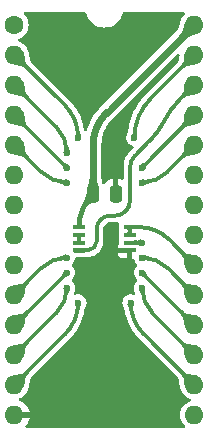
<source format=gbr>
%TF.GenerationSoftware,KiCad,Pcbnew,8.0.8*%
%TF.CreationDate,2025-02-02T11:15:27+01:00*%
%TF.ProjectId,NoTimekeeper,4e6f5469-6d65-46b6-9565-7065722e6b69,rev?*%
%TF.SameCoordinates,Original*%
%TF.FileFunction,Copper,L2,Bot*%
%TF.FilePolarity,Positive*%
%FSLAX46Y46*%
G04 Gerber Fmt 4.6, Leading zero omitted, Abs format (unit mm)*
G04 Created by KiCad (PCBNEW 8.0.8) date 2025-02-02 11:15:27*
%MOMM*%
%LPD*%
G01*
G04 APERTURE LIST*
G04 Aperture macros list*
%AMRoundRect*
0 Rectangle with rounded corners*
0 $1 Rounding radius*
0 $2 $3 $4 $5 $6 $7 $8 $9 X,Y pos of 4 corners*
0 Add a 4 corners polygon primitive as box body*
4,1,4,$2,$3,$4,$5,$6,$7,$8,$9,$2,$3,0*
0 Add four circle primitives for the rounded corners*
1,1,$1+$1,$2,$3*
1,1,$1+$1,$4,$5*
1,1,$1+$1,$6,$7*
1,1,$1+$1,$8,$9*
0 Add four rect primitives between the rounded corners*
20,1,$1+$1,$2,$3,$4,$5,0*
20,1,$1+$1,$4,$5,$6,$7,0*
20,1,$1+$1,$6,$7,$8,$9,0*
20,1,$1+$1,$8,$9,$2,$3,0*%
G04 Aperture macros list end*
%TA.AperFunction,ComponentPad*%
%ADD10C,1.600000*%
%TD*%
%TA.AperFunction,ComponentPad*%
%ADD11O,1.600000X1.600000*%
%TD*%
%TA.AperFunction,SMDPad,CuDef*%
%ADD12RoundRect,0.250000X-0.250000X-0.475000X0.250000X-0.475000X0.250000X0.475000X-0.250000X0.475000X0*%
%TD*%
%TA.AperFunction,SMDPad,CuDef*%
%ADD13RoundRect,0.100000X0.450000X0.100000X-0.450000X0.100000X-0.450000X-0.100000X0.450000X-0.100000X0*%
%TD*%
%TA.AperFunction,ViaPad*%
%ADD14C,0.600000*%
%TD*%
%TA.AperFunction,Conductor*%
%ADD15C,0.400000*%
%TD*%
%TA.AperFunction,Conductor*%
%ADD16C,0.600000*%
%TD*%
%TA.AperFunction,Conductor*%
%ADD17C,0.300000*%
%TD*%
G04 APERTURE END LIST*
D10*
%TO.P,U4,1,FT*%
%TO.N,unconnected-(U4-FT-Pad1)*%
X110185000Y-53505000D03*
D11*
%TO.P,U4,2,A12*%
%TO.N,/A12*%
X110185000Y-56045000D03*
%TO.P,U4,3,A7*%
%TO.N,/A7*%
X110185000Y-58585000D03*
%TO.P,U4,4,A6*%
%TO.N,/A6*%
X110185000Y-61125000D03*
%TO.P,U4,5,A5*%
%TO.N,/A5*%
X110185000Y-63665000D03*
%TO.P,U4,6,A4*%
%TO.N,/A4*%
X110185000Y-66205000D03*
%TO.P,U4,7,A3*%
%TO.N,/A3*%
X110185000Y-68745000D03*
%TO.P,U4,8,A2*%
%TO.N,/A2*%
X110185000Y-71285000D03*
%TO.P,U4,9,A1*%
%TO.N,/A1*%
X110185000Y-73825000D03*
%TO.P,U4,10,A0*%
%TO.N,/A0*%
X110185000Y-76365000D03*
%TO.P,U4,11,DQ0*%
%TO.N,/D0*%
X110185000Y-78905000D03*
%TO.P,U4,12,DQ1*%
%TO.N,/D1*%
X110185000Y-81445000D03*
%TO.P,U4,13,DQ2*%
%TO.N,/D2*%
X110185000Y-83985000D03*
%TO.P,U4,14,VSS*%
%TO.N,GND*%
X110185000Y-86525000D03*
%TO.P,U4,15,DQ3*%
%TO.N,/D3*%
X125425000Y-86525000D03*
%TO.P,U4,16,DQ4*%
%TO.N,/D4*%
X125425000Y-83985000D03*
%TO.P,U4,17,DQ5*%
%TO.N,/D5*%
X125425000Y-81445000D03*
%TO.P,U4,18,DQ6*%
%TO.N,/D6*%
X125425000Y-78905000D03*
%TO.P,U4,19,DQ7*%
%TO.N,/D7*%
X125425000Y-76365000D03*
%TO.P,U4,20,~{E1}*%
%TO.N,/~{E1}*%
X125425000Y-73825000D03*
%TO.P,U4,21,A10*%
%TO.N,/A10*%
X125425000Y-71285000D03*
%TO.P,U4,22,~{G}*%
%TO.N,/~{OE}*%
X125425000Y-68745000D03*
%TO.P,U4,23,A11*%
%TO.N,/A11*%
X125425000Y-66205000D03*
%TO.P,U4,24,A9*%
%TO.N,/A9*%
X125425000Y-63665000D03*
%TO.P,U4,25,A8*%
%TO.N,/A8*%
X125425000Y-61125000D03*
%TO.P,U4,26,E2*%
%TO.N,/E2*%
X125425000Y-58585000D03*
%TO.P,U4,27,~{W}*%
%TO.N,/~{WE}*%
X125425000Y-56045000D03*
%TO.P,U4,28,VCC*%
%TO.N,+5V*%
X125425000Y-53505000D03*
%TD*%
D12*
%TO.P,C1,1*%
%TO.N,+5V*%
X116842500Y-67801224D03*
%TO.P,C1,2*%
%TO.N,GND*%
X118742500Y-67801224D03*
%TD*%
D13*
%TO.P,U2,1*%
%TO.N,/~{E1}*%
X119955000Y-70628724D03*
%TO.P,U2,2*%
X119955000Y-71278724D03*
%TO.P,U2,3*%
%TO.N,/~{CE}*%
X119955000Y-71928724D03*
%TO.P,U2,4,GND*%
%TO.N,GND*%
X119955000Y-72578724D03*
%TO.P,U2,5*%
%TO.N,/E2*%
X115655000Y-72578724D03*
%TO.P,U2,6*%
%TO.N,/E1*%
X115655000Y-71928724D03*
%TO.P,U2,7*%
X115655000Y-71278724D03*
%TO.P,U2,8,VCC*%
%TO.N,+5V*%
X115655000Y-70628724D03*
%TD*%
D14*
%TO.N,GND*%
X120345000Y-85255000D03*
X120345000Y-54775000D03*
X118742500Y-66213724D03*
X115265000Y-85255000D03*
X118598750Y-72578724D03*
X118742500Y-63673724D03*
X115265000Y-54775000D03*
%TO.N,/D4*%
X120027500Y-77008724D03*
%TO.N,/D5*%
X120980000Y-75738724D03*
%TO.N,/A5*%
X114630000Y-66848724D03*
%TO.N,/D2*%
X115582500Y-77008724D03*
%TO.N,/~{CE}*%
X120980000Y-71928724D03*
%TO.N,/A6*%
X114630000Y-65578724D03*
%TO.N,/D0*%
X114630000Y-74468724D03*
%TO.N,/D7*%
X120980000Y-73198724D03*
%TO.N,/A8*%
X120980000Y-65578724D03*
%TO.N,/A0*%
X114630000Y-73198724D03*
%TO.N,/D1*%
X114630000Y-75738724D03*
%TO.N,/D6*%
X120980000Y-74468724D03*
%TO.N,/A7*%
X114630000Y-64308724D03*
%TO.N,/A9*%
X120980000Y-66848724D03*
%TO.N,/~{WE}*%
X120345000Y-63038724D03*
%TO.N,/A12*%
X115582500Y-63038724D03*
%TD*%
D15*
%TO.N,/E2*%
X116005000Y-72578724D02*
X115305000Y-72578724D01*
D16*
%TO.N,+5V*%
X125425000Y-53505000D02*
X117993410Y-60936590D01*
X116842500Y-63715133D02*
X116842500Y-67801224D01*
D15*
X115655000Y-70628724D02*
G75*
G02*
X116814579Y-67829109I3959100J124D01*
G01*
D16*
X116842500Y-63715133D02*
G75*
G02*
X117993384Y-60936564I3929500J33D01*
G01*
D17*
%TO.N,/D4*%
X121143880Y-79703880D02*
X125425000Y-83985000D01*
X120027500Y-77008724D02*
G75*
G03*
X121143872Y-79703888I3811600J24D01*
G01*
%TO.N,/D5*%
X121871798Y-77891798D02*
X125425000Y-81445000D01*
X120980000Y-75738724D02*
G75*
G03*
X121871799Y-77891797I3044800J-76D01*
G01*
%TO.N,/A5*%
X112476886Y-65956886D02*
X110185000Y-63665000D01*
X114630000Y-66848724D02*
G75*
G02*
X112476900Y-65956872I0J3044924D01*
G01*
%TO.N,/D2*%
X114466140Y-79703860D02*
X110185000Y-83985000D01*
X114466140Y-79703860D02*
G75*
G03*
X115582518Y-77008724I-2695140J2695160D01*
G01*
%TO.N,/~{CE}*%
X119955000Y-71928724D02*
X120980000Y-71928724D01*
%TO.N,/A6*%
X110185000Y-61133724D02*
X110185000Y-61125000D01*
X114630000Y-65578724D02*
X110185000Y-61133724D01*
%TO.N,/D0*%
X114630000Y-74468724D02*
X110193724Y-78905000D01*
X110193724Y-78905000D02*
X110185000Y-78905000D01*
%TO.N,/D7*%
X123162907Y-74102907D02*
X125425000Y-76365000D01*
X120980000Y-73198724D02*
G75*
G02*
X123162899Y-74102915I0J-3087076D01*
G01*
%TO.N,/A8*%
X125425000Y-61133724D02*
X125425000Y-61125000D01*
X120980000Y-65578724D02*
X125425000Y-61133724D01*
%TO.N,/A0*%
X112447150Y-74102850D02*
X110185000Y-76365000D01*
X112447150Y-74102850D02*
G75*
G02*
X114630000Y-73198725I2182750J-2182750D01*
G01*
%TO.N,/D1*%
X113738141Y-77891859D02*
X110185000Y-81445000D01*
X114630000Y-75738724D02*
G75*
G02*
X113738131Y-77891849I-3045000J24D01*
G01*
%TO.N,/D6*%
X125416276Y-78905000D02*
X125425000Y-78905000D01*
X120980000Y-74468724D02*
X125416276Y-78905000D01*
%TO.N,/A7*%
X113725770Y-62125770D02*
X110185000Y-58585000D01*
X114630000Y-64308724D02*
G75*
G03*
X113725750Y-62125790I-3087200J-76D01*
G01*
%TO.N,/A9*%
X123133126Y-65956874D02*
X125425000Y-63665000D01*
X123133126Y-65956874D02*
G75*
G02*
X120980000Y-66848743I-2153126J2153074D01*
G01*
%TO.N,/~{WE}*%
X121698221Y-59771779D02*
X125425000Y-56045000D01*
X120345000Y-63038724D02*
G75*
G02*
X121698196Y-59771754I4620200J24D01*
G01*
%TO.N,/A12*%
X114453846Y-60313846D02*
X110185000Y-56045000D01*
X114453846Y-60313846D02*
G75*
G02*
X115582520Y-63038724I-2724846J-2724854D01*
G01*
%TO.N,/E1*%
X115655000Y-71278724D02*
X115655000Y-71928724D01*
%TO.N,/~{E1}*%
X119955000Y-70628724D02*
X120768273Y-70628724D01*
X119955000Y-70628724D02*
X119955000Y-71278724D01*
X123261418Y-71661418D02*
X125425000Y-73825000D01*
X123261418Y-71661418D02*
G75*
G03*
X120768273Y-70628753I-2493118J-2493182D01*
G01*
%TO.N,/E2*%
X119975000Y-68384435D02*
X119975000Y-65589008D01*
X118280000Y-69653724D02*
X118705711Y-69653724D01*
X115655000Y-72578724D02*
X116400000Y-72578724D01*
X120392136Y-64581952D02*
X121615000Y-63359088D01*
X124155000Y-59855000D02*
X125425000Y-58585000D01*
X117155000Y-71823724D02*
X117155000Y-70778724D01*
X116400000Y-72578724D02*
G75*
G03*
X117155024Y-71823724I0J755024D01*
G01*
X117155000Y-70778724D02*
G75*
G02*
X118280000Y-69653700I1125000J24D01*
G01*
X122885000Y-61607044D02*
G75*
G02*
X124155014Y-59855014I6126900J-3104956D01*
G01*
X119975000Y-65589008D02*
G75*
G02*
X120392131Y-64581947I1424200J8D01*
G01*
X119975000Y-68384435D02*
G75*
G02*
X118705711Y-69653700I-1269300J35D01*
G01*
X121615000Y-63359088D02*
G75*
G03*
X122884998Y-61607043I-4857000J4856988D01*
G01*
%TD*%
%TA.AperFunction,Conductor*%
%TO.N,GND*%
G36*
X118963849Y-70205771D02*
G01*
X119016105Y-70252151D01*
X119035000Y-70317945D01*
X119035000Y-72063539D01*
X119015315Y-72130578D01*
X119009376Y-72139025D01*
X118980901Y-72176134D01*
X118980900Y-72176136D01*
X118920444Y-72322092D01*
X118912987Y-72378724D01*
X119600198Y-72378724D01*
X119662197Y-72395336D01*
X119681218Y-72406318D01*
X119738470Y-72439373D01*
X119742515Y-72441708D01*
X119863096Y-72474018D01*
X119922754Y-72510381D01*
X119953283Y-72573228D01*
X119953627Y-72577351D01*
X119955000Y-72578724D01*
X120031000Y-72578724D01*
X120098039Y-72598409D01*
X120143794Y-72651213D01*
X120155000Y-72702724D01*
X120155000Y-73278723D01*
X120175807Y-73278723D01*
X120242846Y-73298408D01*
X120288601Y-73351212D01*
X120291902Y-73360695D01*
X120292200Y-73360583D01*
X120355182Y-73526654D01*
X120355182Y-73526655D01*
X120396996Y-73587232D01*
X120448879Y-73662397D01*
X120451818Y-73666654D01*
X120535634Y-73740909D01*
X120572761Y-73800098D01*
X120571993Y-73869964D01*
X120535634Y-73926539D01*
X120451818Y-74000793D01*
X120355182Y-74140792D01*
X120294860Y-74299849D01*
X120294859Y-74299854D01*
X120274355Y-74468724D01*
X120294859Y-74637593D01*
X120294860Y-74637598D01*
X120355182Y-74796655D01*
X120451818Y-74936654D01*
X120535634Y-75010909D01*
X120572761Y-75070098D01*
X120571993Y-75139964D01*
X120535634Y-75196539D01*
X120451818Y-75270793D01*
X120355182Y-75410792D01*
X120294860Y-75569849D01*
X120294859Y-75569854D01*
X120274355Y-75738724D01*
X120294859Y-75907593D01*
X120294860Y-75907597D01*
X120323204Y-75982337D01*
X120327567Y-75996265D01*
X120334213Y-76022879D01*
X120334224Y-76022924D01*
X120340320Y-76037272D01*
X120358650Y-76080416D01*
X120359771Y-76083029D01*
X120359852Y-76083216D01*
X120361557Y-76087095D01*
X120363842Y-76092222D01*
X120386526Y-76143128D01*
X120388574Y-76147650D01*
X120399623Y-76171648D01*
X120409778Y-76240776D01*
X120380948Y-76304420D01*
X120322286Y-76342374D01*
X120257313Y-76343902D01*
X120112557Y-76308224D01*
X120112556Y-76308224D01*
X119942444Y-76308224D01*
X119777273Y-76348934D01*
X119626650Y-76427987D01*
X119499316Y-76540796D01*
X119402682Y-76680792D01*
X119342360Y-76839849D01*
X119342359Y-76839854D01*
X119321855Y-77008724D01*
X119342359Y-77177593D01*
X119342360Y-77177598D01*
X119360312Y-77224933D01*
X119369840Y-77250057D01*
X119370394Y-77251516D01*
X119374821Y-77265700D01*
X119380408Y-77288278D01*
X119381362Y-77292131D01*
X119405347Y-77348914D01*
X119406030Y-77350521D01*
X119406078Y-77350634D01*
X119406083Y-77350644D01*
X119407307Y-77353480D01*
X119414585Y-77370142D01*
X119414689Y-77370963D01*
X119432555Y-77411259D01*
X119447180Y-77444247D01*
X119452449Y-77456130D01*
X119452788Y-77456902D01*
X119463207Y-77480841D01*
X119464797Y-77484494D01*
X119467477Y-77490650D01*
X119468585Y-77493280D01*
X119473462Y-77505238D01*
X119478035Y-77516453D01*
X119479741Y-77520879D01*
X119481415Y-77525482D01*
X119486250Y-77538774D01*
X119488044Y-77544077D01*
X119494394Y-77564341D01*
X119495848Y-77569347D01*
X119503800Y-77599057D01*
X119504798Y-77603046D01*
X119515102Y-77647379D01*
X119515713Y-77650156D01*
X119524933Y-77694513D01*
X119527029Y-77704598D01*
X119534239Y-77733802D01*
X119536246Y-77739489D01*
X119535606Y-77739714D01*
X119542437Y-77761381D01*
X119576355Y-77953733D01*
X119576356Y-77953740D01*
X119587077Y-77993749D01*
X119674940Y-78321659D01*
X119797371Y-78658034D01*
X119805221Y-78679600D01*
X119966181Y-79024781D01*
X119966193Y-79024805D01*
X120048531Y-79167418D01*
X120156639Y-79354668D01*
X120156651Y-79354685D01*
X120375115Y-79666687D01*
X120375116Y-79666688D01*
X120619945Y-79958467D01*
X120697986Y-80036509D01*
X120698011Y-80036537D01*
X123872272Y-83210797D01*
X123888277Y-83230469D01*
X123894952Y-83240646D01*
X123994764Y-83350490D01*
X124004103Y-83362098D01*
X124052894Y-83430832D01*
X124062373Y-83446529D01*
X124066449Y-83454569D01*
X124085252Y-83491658D01*
X124092558Y-83509331D01*
X124105977Y-83550537D01*
X124109833Y-83565476D01*
X124121738Y-83627270D01*
X124123015Y-83635314D01*
X124135353Y-83733796D01*
X124135361Y-83733939D01*
X124135371Y-83733938D01*
X124150848Y-83858640D01*
X124152254Y-83868897D01*
X124152341Y-83869472D01*
X124153957Y-83879390D01*
X124178409Y-84018504D01*
X124181583Y-84034633D01*
X124181795Y-84035605D01*
X124185633Y-84051630D01*
X124226933Y-84209789D01*
X124232052Y-84227701D01*
X124232361Y-84228696D01*
X124232366Y-84228710D01*
X124238389Y-84246604D01*
X124238392Y-84246615D01*
X124238394Y-84246618D01*
X124296716Y-84407411D01*
X124299410Y-84415747D01*
X124300771Y-84420528D01*
X124302621Y-84424243D01*
X124304846Y-84428958D01*
X124320406Y-84463827D01*
X124320407Y-84463829D01*
X124320530Y-84463998D01*
X124331131Y-84481500D01*
X124399938Y-84619683D01*
X124399943Y-84619691D01*
X124534020Y-84797238D01*
X124698437Y-84947123D01*
X124698439Y-84947125D01*
X124887595Y-85064245D01*
X124887596Y-85064245D01*
X124887599Y-85064247D01*
X125081524Y-85139374D01*
X125136924Y-85181946D01*
X125160515Y-85247713D01*
X125144804Y-85315793D01*
X125094780Y-85364572D01*
X125081533Y-85370622D01*
X124933488Y-85427975D01*
X124887601Y-85445752D01*
X124887595Y-85445754D01*
X124698439Y-85562874D01*
X124698437Y-85562876D01*
X124534020Y-85712761D01*
X124399943Y-85890308D01*
X124399938Y-85890316D01*
X124300775Y-86089461D01*
X124300769Y-86089476D01*
X124239885Y-86303462D01*
X124239884Y-86303464D01*
X124219357Y-86524999D01*
X124219357Y-86525000D01*
X124239884Y-86746535D01*
X124239885Y-86746537D01*
X124300769Y-86960523D01*
X124300775Y-86960538D01*
X124399938Y-87159683D01*
X124399943Y-87159691D01*
X124534020Y-87337238D01*
X124598878Y-87396363D01*
X124635160Y-87456074D01*
X124633399Y-87525921D01*
X124594156Y-87583729D01*
X124529889Y-87611144D01*
X124515340Y-87612000D01*
X111235840Y-87612000D01*
X111168801Y-87592315D01*
X111123046Y-87539511D01*
X111113102Y-87470353D01*
X111142127Y-87406797D01*
X111148159Y-87400319D01*
X111184657Y-87363820D01*
X111315134Y-87177482D01*
X111411265Y-86971326D01*
X111411269Y-86971317D01*
X111463872Y-86775000D01*
X110500686Y-86775000D01*
X110505080Y-86770606D01*
X110557741Y-86679394D01*
X110585000Y-86577661D01*
X110585000Y-86472339D01*
X110557741Y-86370606D01*
X110505080Y-86279394D01*
X110500686Y-86275000D01*
X111463872Y-86275000D01*
X111463872Y-86274999D01*
X111411269Y-86078682D01*
X111411265Y-86078673D01*
X111315134Y-85872517D01*
X111184657Y-85686179D01*
X111023820Y-85525342D01*
X110837482Y-85394865D01*
X110661612Y-85312856D01*
X110609173Y-85266684D01*
X110590021Y-85199490D01*
X110610237Y-85132609D01*
X110663402Y-85087274D01*
X110669206Y-85084854D01*
X110696440Y-85074304D01*
X110722392Y-85064251D01*
X110722396Y-85064248D01*
X110722401Y-85064247D01*
X110911562Y-84947124D01*
X111075981Y-84797236D01*
X111210058Y-84619689D01*
X111309229Y-84420528D01*
X111310590Y-84415740D01*
X111313281Y-84407411D01*
X111371602Y-84246623D01*
X111377638Y-84228689D01*
X111377959Y-84227656D01*
X111383068Y-84209778D01*
X111424357Y-84051662D01*
X111428204Y-84035597D01*
X111428407Y-84034666D01*
X111431594Y-84018473D01*
X111456032Y-83879432D01*
X111457627Y-83869658D01*
X111457715Y-83869074D01*
X111459154Y-83858600D01*
X111474685Y-83733471D01*
X111474684Y-83733468D01*
X111486982Y-83635307D01*
X111488258Y-83627276D01*
X111500163Y-83565480D01*
X111504018Y-83550542D01*
X111517439Y-83509328D01*
X111524747Y-83491652D01*
X111547622Y-83446532D01*
X111557102Y-83430832D01*
X111605904Y-83362083D01*
X111615226Y-83350495D01*
X111715041Y-83240652D01*
X111729481Y-83223863D01*
X111729486Y-83223853D01*
X111732800Y-83219195D01*
X111733283Y-83219538D01*
X111747587Y-83200936D01*
X114906650Y-80041875D01*
X114906651Y-80041872D01*
X114912472Y-80036052D01*
X114912648Y-80035850D01*
X114990056Y-79958445D01*
X115234893Y-79666662D01*
X115453368Y-79354650D01*
X115643818Y-79024785D01*
X115804794Y-78679576D01*
X115935070Y-78321650D01*
X116033655Y-77953733D01*
X116070873Y-77742662D01*
X116077024Y-77720285D01*
X116082974Y-77704578D01*
X116094290Y-77650125D01*
X116094896Y-77647371D01*
X116105202Y-77603030D01*
X116106170Y-77599157D01*
X116114168Y-77569276D01*
X116115592Y-77564373D01*
X116121954Y-77544066D01*
X116123742Y-77538785D01*
X116130268Y-77520844D01*
X116131961Y-77516451D01*
X116141420Y-77493256D01*
X116142476Y-77490749D01*
X116157333Y-77456617D01*
X116177444Y-77411256D01*
X116177443Y-77411255D01*
X116196348Y-77368616D01*
X116197184Y-77366086D01*
X116197909Y-77364425D01*
X116202644Y-77353587D01*
X116203912Y-77350652D01*
X116203968Y-77350521D01*
X116203993Y-77350460D01*
X116204037Y-77350360D01*
X116204283Y-77349778D01*
X116204649Y-77348919D01*
X116228635Y-77292136D01*
X116228633Y-77292135D01*
X116239377Y-77266703D01*
X116239316Y-77266085D01*
X116239999Y-77263074D01*
X116241540Y-77253542D01*
X116248008Y-77229358D01*
X116267640Y-77177596D01*
X116288145Y-77008724D01*
X116267640Y-76839852D01*
X116258064Y-76814603D01*
X116207317Y-76680792D01*
X116157570Y-76608722D01*
X116110683Y-76540795D01*
X116006423Y-76448429D01*
X115983349Y-76427987D01*
X115832726Y-76348934D01*
X115667556Y-76308224D01*
X115497444Y-76308224D01*
X115497442Y-76308224D01*
X115352702Y-76343898D01*
X115282900Y-76340828D01*
X115225838Y-76300508D01*
X115199633Y-76235739D01*
X115210464Y-76171488D01*
X115220379Y-76150030D01*
X115220564Y-76149492D01*
X115221358Y-76147769D01*
X115222788Y-76144628D01*
X115222847Y-76144497D01*
X115223484Y-76143075D01*
X115223551Y-76142926D01*
X115236574Y-76113709D01*
X115248414Y-76087149D01*
X115250043Y-76083447D01*
X115250125Y-76083258D01*
X115250149Y-76083202D01*
X115250202Y-76083080D01*
X115250660Y-76082010D01*
X115251335Y-76080440D01*
X115275768Y-76022938D01*
X115275766Y-76022937D01*
X115286584Y-75997480D01*
X115286536Y-75996981D01*
X115287575Y-75992449D01*
X115287832Y-75990856D01*
X115287834Y-75990853D01*
X115288999Y-75983645D01*
X115295465Y-75959474D01*
X115315140Y-75907596D01*
X115335645Y-75738724D01*
X115315140Y-75569852D01*
X115308659Y-75552764D01*
X115254817Y-75410792D01*
X115168509Y-75285755D01*
X115158183Y-75270795D01*
X115074363Y-75196537D01*
X115037238Y-75137350D01*
X115038006Y-75067485D01*
X115074363Y-75010910D01*
X115158183Y-74936653D01*
X115254818Y-74796654D01*
X115315140Y-74637596D01*
X115335645Y-74468724D01*
X115315140Y-74299852D01*
X115254818Y-74140794D01*
X115252905Y-74138023D01*
X115215089Y-74083237D01*
X115158183Y-74000795D01*
X115074363Y-73926537D01*
X115037238Y-73867350D01*
X115038006Y-73797485D01*
X115074363Y-73740910D01*
X115158183Y-73666653D01*
X115254818Y-73526654D01*
X115315140Y-73367596D01*
X115324771Y-73288277D01*
X115352393Y-73224100D01*
X115410327Y-73185043D01*
X115447867Y-73179224D01*
X116048181Y-73179224D01*
X116067167Y-73181407D01*
X116067268Y-73180744D01*
X116072092Y-73181474D01*
X116079998Y-73182042D01*
X116092678Y-73182753D01*
X116171183Y-73173551D01*
X116218677Y-73167985D01*
X116218677Y-73167984D01*
X116218684Y-73167984D01*
X116238621Y-73162384D01*
X116241167Y-73161702D01*
X116258160Y-73157356D01*
X116260754Y-73156724D01*
X116279382Y-73152408D01*
X116282342Y-73151760D01*
X116299777Y-73148179D01*
X116302609Y-73147633D01*
X116310573Y-73146197D01*
X116319730Y-73144547D01*
X116322712Y-73144047D01*
X116339812Y-73141393D01*
X116342709Y-73140980D01*
X116359652Y-73138778D01*
X116362604Y-73138431D01*
X116376619Y-73136962D01*
X116379437Y-73136667D01*
X116382505Y-73136384D01*
X116399180Y-73135054D01*
X116402233Y-73134848D01*
X116414127Y-73134201D01*
X116414131Y-73134200D01*
X116414143Y-73134200D01*
X116427326Y-73133066D01*
X116439406Y-73132028D01*
X116439413Y-73132025D01*
X116443816Y-73131226D01*
X116466008Y-73129224D01*
X116480381Y-73129224D01*
X116480748Y-73129200D01*
X116502747Y-73129200D01*
X116581456Y-73116733D01*
X116705699Y-73097056D01*
X116901128Y-73033558D01*
X117084219Y-72940271D01*
X117250462Y-72819492D01*
X117291230Y-72778725D01*
X118912988Y-72778725D01*
X118920442Y-72835351D01*
X118920444Y-72835357D01*
X118980899Y-72981309D01*
X119077075Y-73106648D01*
X119202413Y-73202824D01*
X119348365Y-73263278D01*
X119348369Y-73263279D01*
X119465676Y-73278723D01*
X119754999Y-73278723D01*
X119755000Y-73278722D01*
X119755000Y-72778724D01*
X118912990Y-72778724D01*
X118912988Y-72778725D01*
X117291230Y-72778725D01*
X117395765Y-72674194D01*
X117516550Y-72507954D01*
X117609842Y-72324867D01*
X117673346Y-72129440D01*
X117705497Y-71926485D01*
X117705497Y-71908808D01*
X117705500Y-71908779D01*
X117705500Y-71823708D01*
X117705500Y-71823706D01*
X117705502Y-71756899D01*
X117705500Y-71756894D01*
X117705501Y-71750135D01*
X117705500Y-71750097D01*
X117705500Y-70845559D01*
X117705501Y-70845555D01*
X117705500Y-70785678D01*
X117706279Y-70771797D01*
X117718338Y-70664753D01*
X117724517Y-70637682D01*
X117757777Y-70542625D01*
X117769818Y-70517618D01*
X117823403Y-70432336D01*
X117840709Y-70410633D01*
X117911928Y-70339414D01*
X117933620Y-70322114D01*
X118018910Y-70268522D01*
X118043914Y-70256481D01*
X118138974Y-70223217D01*
X118166042Y-70217039D01*
X118272864Y-70205003D01*
X118286747Y-70204224D01*
X118786323Y-70204224D01*
X118786695Y-70204199D01*
X118824982Y-70204199D01*
X118824989Y-70204199D01*
X118894814Y-70195006D01*
X118963849Y-70205771D01*
G37*
%TD.AperFunction*%
%TA.AperFunction,Conductor*%
G36*
X124089014Y-55934154D02*
G01*
X124144947Y-55976026D01*
X124169364Y-56041490D01*
X124167808Y-56071801D01*
X124153965Y-56150560D01*
X124152410Y-56160065D01*
X124152369Y-56160339D01*
X124152331Y-56160588D01*
X124150846Y-56171368D01*
X124135371Y-56296058D01*
X124135371Y-56296061D01*
X124123015Y-56394683D01*
X124121738Y-56402728D01*
X124109832Y-56464522D01*
X124105978Y-56479455D01*
X124092560Y-56520662D01*
X124085251Y-56538341D01*
X124062371Y-56583470D01*
X124052888Y-56599174D01*
X124004107Y-56667894D01*
X123994764Y-56679508D01*
X123894962Y-56789341D01*
X123880496Y-56806163D01*
X123877183Y-56810824D01*
X123876701Y-56810481D01*
X123862396Y-56829077D01*
X121345823Y-59345651D01*
X121345717Y-59345708D01*
X121165280Y-59526148D01*
X120901402Y-59835114D01*
X120662581Y-60163829D01*
X120662574Y-60163839D01*
X120450287Y-60510267D01*
X120450274Y-60510290D01*
X120265830Y-60872290D01*
X120265815Y-60872322D01*
X120110338Y-61247686D01*
X120110335Y-61247693D01*
X119984789Y-61634093D01*
X119984779Y-61634130D01*
X119889936Y-62029188D01*
X119859102Y-62223879D01*
X119826376Y-62430510D01*
X119826375Y-62430517D01*
X119826375Y-62430520D01*
X119819154Y-62522266D01*
X119796325Y-62584769D01*
X119792011Y-62590787D01*
X119773592Y-62617334D01*
X119764158Y-62631564D01*
X119763648Y-62632369D01*
X119755268Y-62646212D01*
X119736449Y-62678751D01*
X119727780Y-62694538D01*
X119727317Y-62695428D01*
X119719261Y-62711795D01*
X119705205Y-62742048D01*
X119701543Y-62750161D01*
X119701384Y-62750524D01*
X119687531Y-62786747D01*
X119687530Y-62786750D01*
X119686680Y-62792012D01*
X119680213Y-62816183D01*
X119659861Y-62869846D01*
X119659859Y-62869854D01*
X119639355Y-63038724D01*
X119659859Y-63207593D01*
X119659860Y-63207598D01*
X119720182Y-63366655D01*
X119770962Y-63440221D01*
X119816817Y-63506653D01*
X119902255Y-63582344D01*
X119944150Y-63619460D01*
X120094774Y-63698514D01*
X120094773Y-63698514D01*
X120149868Y-63712093D01*
X120204034Y-63725443D01*
X120264414Y-63760599D01*
X120296203Y-63822818D01*
X120289307Y-63892346D01*
X120262040Y-63933521D01*
X120039194Y-64156368D01*
X120039169Y-64156381D01*
X119924445Y-64271108D01*
X119786168Y-64444506D01*
X119786162Y-64444515D01*
X119668168Y-64632305D01*
X119668163Y-64632314D01*
X119571936Y-64832135D01*
X119498684Y-65041483D01*
X119498682Y-65041489D01*
X119449331Y-65257713D01*
X119449328Y-65257730D01*
X119424500Y-65478108D01*
X119424500Y-66507550D01*
X119404815Y-66574589D01*
X119352011Y-66620344D01*
X119282853Y-66630288D01*
X119261496Y-66625256D01*
X119145197Y-66586718D01*
X119145190Y-66586717D01*
X119042486Y-66576224D01*
X118992500Y-66576224D01*
X118992500Y-67677224D01*
X118972815Y-67744263D01*
X118920011Y-67790018D01*
X118868500Y-67801224D01*
X118616500Y-67801224D01*
X118549461Y-67781539D01*
X118503706Y-67728735D01*
X118492500Y-67677224D01*
X118492500Y-66576224D01*
X118492499Y-66576223D01*
X118442529Y-66576224D01*
X118442511Y-66576225D01*
X118339802Y-66586718D01*
X118173380Y-66641865D01*
X118173375Y-66641867D01*
X118024154Y-66733908D01*
X117900182Y-66857880D01*
X117863662Y-66917089D01*
X117811714Y-66963813D01*
X117742751Y-66975034D01*
X117678669Y-66947191D01*
X117639814Y-66889122D01*
X117638825Y-66885809D01*
X117623976Y-66833348D01*
X117623621Y-66832064D01*
X117621237Y-66823245D01*
X117621237Y-66823246D01*
X117621236Y-66823241D01*
X117607066Y-66770839D01*
X117606754Y-66769659D01*
X117597502Y-66733908D01*
X117590011Y-66704958D01*
X117589726Y-66703830D01*
X117587570Y-66695143D01*
X117574021Y-66640538D01*
X117572829Y-66635734D01*
X117572557Y-66634618D01*
X117558250Y-66574589D01*
X117555577Y-66563371D01*
X117555338Y-66562349D01*
X117546135Y-66522204D01*
X117543000Y-66494496D01*
X117543000Y-63718176D01*
X117543149Y-63712093D01*
X117545462Y-63665000D01*
X117558247Y-63404704D01*
X117559440Y-63392602D01*
X117565269Y-63353304D01*
X117604145Y-63091199D01*
X117606514Y-63079288D01*
X117680551Y-62783706D01*
X117684081Y-62772071D01*
X117786730Y-62485175D01*
X117791384Y-62473940D01*
X117798558Y-62458773D01*
X117921657Y-62198492D01*
X117927391Y-62187767D01*
X117956536Y-62139140D01*
X118084032Y-61926417D01*
X118090781Y-61916315D01*
X118272301Y-61671558D01*
X118280002Y-61662174D01*
X118486184Y-61434680D01*
X118490342Y-61430313D01*
X123958001Y-55962653D01*
X124019322Y-55929170D01*
X124089014Y-55934154D01*
G37*
%TD.AperFunction*%
%TA.AperFunction,Conductor*%
G36*
X116187301Y-52437685D02*
G01*
X116233056Y-52490489D01*
X116238753Y-52505449D01*
X116294465Y-52686061D01*
X116300460Y-52705494D01*
X116405265Y-52923127D01*
X116405266Y-52923128D01*
X116405268Y-52923131D01*
X116405270Y-52923135D01*
X116500895Y-53063390D01*
X116541350Y-53122727D01*
X116705653Y-53299805D01*
X116705657Y-53299808D01*
X116705658Y-53299809D01*
X116894523Y-53450424D01*
X117103727Y-53571208D01*
X117328596Y-53659463D01*
X117564108Y-53713217D01*
X117604256Y-53716225D01*
X117804995Y-53731269D01*
X117805000Y-53731269D01*
X117805005Y-53731269D01*
X117977065Y-53718374D01*
X118045892Y-53713217D01*
X118281404Y-53659463D01*
X118506273Y-53571208D01*
X118715477Y-53450424D01*
X118904342Y-53299809D01*
X119068650Y-53122727D01*
X119204730Y-52923135D01*
X119309542Y-52705489D01*
X119371247Y-52505449D01*
X119409818Y-52447191D01*
X119473763Y-52419033D01*
X119489738Y-52418000D01*
X124515340Y-52418000D01*
X124582379Y-52437685D01*
X124628134Y-52490489D01*
X124638078Y-52559647D01*
X124609053Y-52623203D01*
X124598878Y-52633637D01*
X124534020Y-52692761D01*
X124399943Y-52870308D01*
X124399938Y-52870316D01*
X124306506Y-53057951D01*
X124303580Y-53063390D01*
X124301216Y-53068320D01*
X124300243Y-53070834D01*
X124297604Y-53078721D01*
X124240275Y-53227248D01*
X124237025Y-53235967D01*
X124236869Y-53236398D01*
X124233609Y-53245818D01*
X124190826Y-53374508D01*
X124190826Y-53374512D01*
X124184288Y-53394178D01*
X124182237Y-53400523D01*
X124182116Y-53400908D01*
X124182104Y-53400948D01*
X124179893Y-53408216D01*
X124142261Y-53536389D01*
X124141181Y-53540140D01*
X124111258Y-53645873D01*
X124110226Y-53649327D01*
X124085745Y-53727124D01*
X124082751Y-53735561D01*
X124060670Y-53791317D01*
X124055370Y-53802919D01*
X124029368Y-53852865D01*
X124022467Y-53864519D01*
X123981627Y-53925611D01*
X123974625Y-53935078D01*
X123906728Y-54018311D01*
X123900768Y-54025097D01*
X123794587Y-54137458D01*
X123777261Y-54157019D01*
X123773797Y-54161769D01*
X123773544Y-54161584D01*
X123758860Y-54180482D01*
X117533916Y-60405426D01*
X117533801Y-60405488D01*
X117355112Y-60584181D01*
X117095241Y-60893893D01*
X116863354Y-61225070D01*
X116863345Y-61225084D01*
X116661203Y-61575212D01*
X116490339Y-61941642D01*
X116490337Y-61941647D01*
X116352074Y-62321534D01*
X116352069Y-62321552D01*
X116333538Y-62390712D01*
X116297173Y-62450372D01*
X116234326Y-62480901D01*
X116164950Y-62472606D01*
X116111072Y-62428121D01*
X116092349Y-62383809D01*
X116089801Y-62371530D01*
X116083854Y-62342866D01*
X116076627Y-62313564D01*
X116076626Y-62313563D01*
X116076626Y-62313560D01*
X116074622Y-62307876D01*
X116075168Y-62307683D01*
X116068116Y-62285317D01*
X116032727Y-62084605D01*
X115951225Y-61780432D01*
X115933196Y-61713144D01*
X115930373Y-61705389D01*
X115801664Y-61351759D01*
X115788628Y-61323804D01*
X115639146Y-61003236D01*
X115639134Y-61003212D01*
X115576022Y-60893899D01*
X115446852Y-60670170D01*
X115446844Y-60670159D01*
X115446840Y-60670152D01*
X115226271Y-60355146D01*
X115024798Y-60115042D01*
X114979074Y-60060550D01*
X114898696Y-59980172D01*
X114898676Y-59980150D01*
X111737720Y-56819195D01*
X111721717Y-56799525D01*
X111715042Y-56789348D01*
X111686943Y-56758425D01*
X111615235Y-56679509D01*
X111605893Y-56667896D01*
X111565816Y-56611439D01*
X111565808Y-56611429D01*
X111557102Y-56599166D01*
X111547619Y-56583461D01*
X111524746Y-56538346D01*
X111517439Y-56520670D01*
X111504018Y-56479452D01*
X111500164Y-56464519D01*
X111488256Y-56402713D01*
X111486979Y-56394667D01*
X111474644Y-56296197D01*
X111474629Y-56296087D01*
X111474626Y-56296057D01*
X111459154Y-56171399D01*
X111457715Y-56160923D01*
X111457627Y-56160339D01*
X111456032Y-56150565D01*
X111449922Y-56115804D01*
X111431594Y-56011521D01*
X111429957Y-56003208D01*
X111428407Y-55995331D01*
X111428204Y-55994400D01*
X111424357Y-55978335D01*
X111383068Y-55820219D01*
X111377959Y-55802341D01*
X111377638Y-55801308D01*
X111371602Y-55783372D01*
X111313281Y-55622582D01*
X111310583Y-55614232D01*
X111309231Y-55609479D01*
X111309230Y-55609478D01*
X111309229Y-55609472D01*
X111307278Y-55605555D01*
X111305038Y-55600806D01*
X111289593Y-55566172D01*
X111289592Y-55566171D01*
X111289476Y-55566011D01*
X111278872Y-55548508D01*
X111210058Y-55410311D01*
X111084981Y-55244681D01*
X111075979Y-55232761D01*
X110911562Y-55082876D01*
X110911560Y-55082874D01*
X110722404Y-54965754D01*
X110722395Y-54965750D01*
X110628956Y-54929552D01*
X110528475Y-54890625D01*
X110473075Y-54848054D01*
X110449484Y-54782288D01*
X110465195Y-54714207D01*
X110515219Y-54665428D01*
X110528466Y-54659377D01*
X110722401Y-54584247D01*
X110911562Y-54467124D01*
X111075981Y-54317236D01*
X111210058Y-54139689D01*
X111309229Y-53940528D01*
X111370115Y-53726536D01*
X111390643Y-53505000D01*
X111370115Y-53283464D01*
X111309229Y-53069472D01*
X111309224Y-53069461D01*
X111210061Y-52870316D01*
X111210056Y-52870308D01*
X111075979Y-52692761D01*
X111011122Y-52633637D01*
X110974840Y-52573926D01*
X110976601Y-52504079D01*
X111015844Y-52446271D01*
X111080111Y-52418856D01*
X111094660Y-52418000D01*
X116120262Y-52418000D01*
X116187301Y-52437685D01*
G37*
%TD.AperFunction*%
%TD*%
%TA.AperFunction,Conductor*%
%TO.N,+5V*%
G36*
X124696953Y-53203418D02*
G01*
X125109502Y-53373744D01*
X125421212Y-53502437D01*
X125427551Y-53508762D01*
X125427562Y-53508787D01*
X125726577Y-54233036D01*
X125726566Y-54241991D01*
X125720227Y-54248316D01*
X125719975Y-54248416D01*
X125556776Y-54311408D01*
X125556254Y-54311596D01*
X125407894Y-54360916D01*
X125407499Y-54361039D01*
X125279501Y-54398621D01*
X125279391Y-54398653D01*
X125166253Y-54430672D01*
X125062917Y-54463189D01*
X124964010Y-54502359D01*
X124964004Y-54502362D01*
X124864192Y-54554326D01*
X124864178Y-54554334D01*
X124758107Y-54625243D01*
X124758105Y-54625244D01*
X124640420Y-54721248D01*
X124640414Y-54721253D01*
X124514028Y-54840690D01*
X124505661Y-54843881D01*
X124497719Y-54840459D01*
X124089540Y-54432280D01*
X124086113Y-54424007D01*
X124089308Y-54415973D01*
X124208748Y-54289582D01*
X124304756Y-54171889D01*
X124375670Y-54065809D01*
X124427638Y-53965990D01*
X124466809Y-53867079D01*
X124499331Y-53763726D01*
X124531352Y-53650578D01*
X124568960Y-53522488D01*
X124569081Y-53522103D01*
X124575619Y-53502437D01*
X124618409Y-53373723D01*
X124618581Y-53373245D01*
X124681584Y-53210022D01*
X124687759Y-53203540D01*
X124696711Y-53203322D01*
X124696953Y-53203418D01*
G37*
%TD.AperFunction*%
%TD*%
%TA.AperFunction,Conductor*%
%TO.N,+5V*%
G36*
X117141452Y-66579651D02*
G01*
X117144583Y-66585310D01*
X117160598Y-66655166D01*
X117178680Y-66731036D01*
X117196798Y-66804055D01*
X117214897Y-66873994D01*
X117229794Y-66929087D01*
X117232985Y-66940888D01*
X117251082Y-67004821D01*
X117251087Y-67004837D01*
X117269182Y-67065765D01*
X117287284Y-67123715D01*
X117305371Y-67178617D01*
X117321278Y-67224265D01*
X117320765Y-67233205D01*
X117319183Y-67235647D01*
X116851453Y-67791582D01*
X116843504Y-67795707D01*
X116834968Y-67793003D01*
X116833547Y-67791582D01*
X116642171Y-67564117D01*
X116365814Y-67235645D01*
X116363111Y-67227111D01*
X116363718Y-67224272D01*
X116379626Y-67178620D01*
X116397723Y-67123687D01*
X116415820Y-67065754D01*
X116433917Y-67004821D01*
X116452015Y-66940888D01*
X116470112Y-66873955D01*
X116488209Y-66804022D01*
X116506306Y-66731089D01*
X116524403Y-66655156D01*
X116540417Y-66585308D01*
X116545606Y-66578011D01*
X116551821Y-66576224D01*
X117133179Y-66576224D01*
X117141452Y-66579651D01*
G37*
%TD.AperFunction*%
%TD*%
%TA.AperFunction,Conductor*%
%TO.N,+5V*%
G36*
X116353637Y-67640062D02*
G01*
X116835870Y-67798017D01*
X116842664Y-67803848D01*
X116843846Y-67807765D01*
X116927388Y-68516064D01*
X116924954Y-68524681D01*
X116918678Y-68528767D01*
X116879079Y-68538931D01*
X116863812Y-68542851D01*
X116863809Y-68542851D01*
X116863805Y-68542853D01*
X116799043Y-68563975D01*
X116799026Y-68563981D01*
X116734275Y-68589599D01*
X116734260Y-68589605D01*
X116669484Y-68619734D01*
X116604716Y-68654357D01*
X116604715Y-68654357D01*
X116539933Y-68693489D01*
X116475182Y-68737100D01*
X116475162Y-68737115D01*
X116410387Y-68785242D01*
X116345612Y-68837869D01*
X116323675Y-68857216D01*
X116286929Y-68889624D01*
X116278457Y-68892526D01*
X116273675Y-68891168D01*
X115937930Y-68711715D01*
X115932249Y-68704792D01*
X115932887Y-68696354D01*
X115969511Y-68619690D01*
X116010954Y-68528437D01*
X116052397Y-68432684D01*
X116093840Y-68332431D01*
X116093846Y-68332413D01*
X116093874Y-68332348D01*
X116135276Y-68227699D01*
X116176725Y-68118432D01*
X116218150Y-68004727D01*
X116218170Y-68004673D01*
X116259613Y-67886420D01*
X116301056Y-67763667D01*
X116338870Y-67647556D01*
X116344690Y-67640753D01*
X116353618Y-67640056D01*
X116353637Y-67640062D01*
G37*
%TD.AperFunction*%
%TD*%
%TA.AperFunction,Conductor*%
%TO.N,/D4*%
G36*
X124407949Y-82755063D02*
G01*
X124541384Y-82876311D01*
X124668131Y-82966285D01*
X124784829Y-83025450D01*
X124896367Y-83061770D01*
X125007638Y-83083207D01*
X125123531Y-83097726D01*
X125248681Y-83113259D01*
X125249207Y-83113338D01*
X125388287Y-83137784D01*
X125389200Y-83137983D01*
X125547342Y-83179278D01*
X125548336Y-83179587D01*
X125719659Y-83241729D01*
X125726266Y-83247771D01*
X125726667Y-83256717D01*
X125726483Y-83257192D01*
X125427562Y-83981212D01*
X125421237Y-83987551D01*
X125421212Y-83987562D01*
X124697192Y-84286483D01*
X124688237Y-84286472D01*
X124681912Y-84280133D01*
X124681739Y-84279686D01*
X124619587Y-84108336D01*
X124619278Y-84107342D01*
X124577983Y-83949200D01*
X124577782Y-83948278D01*
X124553338Y-83809207D01*
X124553259Y-83808681D01*
X124537726Y-83683531D01*
X124523207Y-83567638D01*
X124501770Y-83456367D01*
X124465450Y-83344829D01*
X124406285Y-83228131D01*
X124316311Y-83101384D01*
X124195063Y-82967949D01*
X124192036Y-82959523D01*
X124195449Y-82951810D01*
X124391810Y-82755449D01*
X124400082Y-82752023D01*
X124407949Y-82755063D01*
G37*
%TD.AperFunction*%
%TD*%
%TA.AperFunction,Conductor*%
%TO.N,/D4*%
G36*
X120315146Y-77008683D02*
G01*
X120323407Y-77012137D01*
X120326807Y-77020421D01*
X120326788Y-77021056D01*
X120323032Y-77086205D01*
X120322852Y-77087683D01*
X120311125Y-77150381D01*
X120310764Y-77151807D01*
X120293966Y-77204119D01*
X120293563Y-77205189D01*
X120273800Y-77250851D01*
X120273595Y-77251300D01*
X120252984Y-77293896D01*
X120233976Y-77336492D01*
X120233968Y-77336512D01*
X120218932Y-77382440D01*
X120214114Y-77411424D01*
X120210167Y-77435167D01*
X120209969Y-77498157D01*
X120210605Y-77502730D01*
X120219115Y-77563958D01*
X120216859Y-77572625D01*
X120209809Y-77577044D01*
X119937778Y-77631155D01*
X119928995Y-77629408D01*
X119924040Y-77622061D01*
X119911471Y-77561588D01*
X119897792Y-77502731D01*
X119884673Y-77453719D01*
X119871420Y-77411424D01*
X119871419Y-77411421D01*
X119857346Y-77372730D01*
X119855375Y-77367897D01*
X119841745Y-77334472D01*
X119824085Y-77293896D01*
X119823954Y-77293594D01*
X119803255Y-77246907D01*
X119803229Y-77246849D01*
X119778946Y-77191261D01*
X119778890Y-77191130D01*
X119754905Y-77134347D01*
X119754843Y-77125392D01*
X119761128Y-77119017D01*
X120025125Y-77008655D01*
X120029668Y-77007751D01*
X120315146Y-77008683D01*
G37*
%TD.AperFunction*%
%TD*%
%TA.AperFunction,Conductor*%
%TO.N,/D5*%
G36*
X124407949Y-80215063D02*
G01*
X124541384Y-80336311D01*
X124668131Y-80426285D01*
X124784829Y-80485450D01*
X124896367Y-80521770D01*
X125007638Y-80543207D01*
X125123531Y-80557726D01*
X125248681Y-80573259D01*
X125249207Y-80573338D01*
X125388287Y-80597784D01*
X125389200Y-80597983D01*
X125547342Y-80639278D01*
X125548336Y-80639587D01*
X125719659Y-80701729D01*
X125726266Y-80707771D01*
X125726667Y-80716717D01*
X125726483Y-80717192D01*
X125427562Y-81441212D01*
X125421237Y-81447551D01*
X125421212Y-81447562D01*
X124697192Y-81746483D01*
X124688237Y-81746472D01*
X124681912Y-81740133D01*
X124681739Y-81739686D01*
X124619587Y-81568336D01*
X124619278Y-81567342D01*
X124577983Y-81409200D01*
X124577782Y-81408278D01*
X124553338Y-81269207D01*
X124553259Y-81268681D01*
X124537726Y-81143531D01*
X124523207Y-81027638D01*
X124501770Y-80916367D01*
X124465450Y-80804829D01*
X124406285Y-80688131D01*
X124316311Y-80561384D01*
X124195063Y-80427949D01*
X124192036Y-80419523D01*
X124195449Y-80411810D01*
X124391810Y-80215449D01*
X124400082Y-80212023D01*
X124407949Y-80215063D01*
G37*
%TD.AperFunction*%
%TD*%
%TA.AperFunction,Conductor*%
%TO.N,/D5*%
G36*
X121267664Y-75738683D02*
G01*
X121275924Y-75742137D01*
X121279324Y-75750421D01*
X121279305Y-75751041D01*
X121275691Y-75815184D01*
X121275521Y-75816618D01*
X121264239Y-75878706D01*
X121263905Y-75880073D01*
X121247820Y-75932040D01*
X121247455Y-75933051D01*
X121228654Y-75978527D01*
X121228483Y-75978921D01*
X121209098Y-76021333D01*
X121191523Y-76063720D01*
X121191521Y-76063725D01*
X121179598Y-76104220D01*
X121178109Y-76109277D01*
X121178107Y-76109283D01*
X121171134Y-76161345D01*
X121171133Y-76161369D01*
X121172863Y-76223340D01*
X121172863Y-76223343D01*
X121183731Y-76287717D01*
X121181729Y-76296446D01*
X121174797Y-76301072D01*
X120904380Y-76362789D01*
X120895552Y-76361289D01*
X120890398Y-76354104D01*
X120877714Y-76301072D01*
X120875823Y-76293162D01*
X120860007Y-76234136D01*
X120844953Y-76185096D01*
X120829968Y-76142854D01*
X120829962Y-76142837D01*
X120814371Y-76104240D01*
X120814363Y-76104220D01*
X120797446Y-76066003D01*
X120778526Y-76025016D01*
X120756911Y-75978067D01*
X120731945Y-75922042D01*
X120731864Y-75921855D01*
X120713532Y-75878706D01*
X120707436Y-75864358D01*
X120707356Y-75855406D01*
X120713630Y-75849017D01*
X120713662Y-75849002D01*
X120977598Y-75738661D01*
X120982141Y-75737757D01*
X121267664Y-75738683D01*
G37*
%TD.AperFunction*%
%TD*%
%TA.AperFunction,Conductor*%
%TO.N,/A5*%
G36*
X110921762Y-63363527D02*
G01*
X110928087Y-63369866D01*
X110928271Y-63370342D01*
X110990403Y-63541639D01*
X110990724Y-63542672D01*
X111032013Y-63700788D01*
X111032216Y-63701719D01*
X111056654Y-63840760D01*
X111056742Y-63841344D01*
X111072271Y-63966462D01*
X111086789Y-64082350D01*
X111086792Y-64082366D01*
X111108227Y-64193625D01*
X111108230Y-64193636D01*
X111144550Y-64305175D01*
X111196819Y-64408271D01*
X111203713Y-64421868D01*
X111238167Y-64470403D01*
X111293691Y-64548620D01*
X111414935Y-64682049D01*
X111417963Y-64690476D01*
X111414549Y-64698190D01*
X111218190Y-64894549D01*
X111209917Y-64897976D01*
X111202049Y-64894935D01*
X111068620Y-64773691D01*
X111005241Y-64728700D01*
X110941868Y-64683713D01*
X110941865Y-64683711D01*
X110941863Y-64683710D01*
X110825175Y-64624550D01*
X110825172Y-64624549D01*
X110825170Y-64624548D01*
X110783692Y-64611042D01*
X110713636Y-64588230D01*
X110713625Y-64588227D01*
X110602366Y-64566792D01*
X110602350Y-64566789D01*
X110486475Y-64552272D01*
X110486468Y-64552272D01*
X110422346Y-64544313D01*
X110361344Y-64536742D01*
X110360760Y-64536654D01*
X110221719Y-64512216D01*
X110220788Y-64512013D01*
X110062672Y-64470724D01*
X110061639Y-64470403D01*
X109890342Y-64408271D01*
X109883733Y-64402228D01*
X109883332Y-64393283D01*
X109883499Y-64392848D01*
X110182438Y-63668785D01*
X110188762Y-63662448D01*
X110188764Y-63662446D01*
X110912809Y-63363516D01*
X110921762Y-63363527D01*
G37*
%TD.AperFunction*%
%TD*%
%TA.AperFunction,Conductor*%
%TO.N,/A5*%
G36*
X114626135Y-66552374D02*
G01*
X114630021Y-66560441D01*
X114630040Y-66561061D01*
X114630966Y-66846578D01*
X114630061Y-66851129D01*
X114519733Y-67115031D01*
X114513380Y-67121342D01*
X114504426Y-67121313D01*
X114489640Y-67115031D01*
X114446887Y-67096867D01*
X114446699Y-67096786D01*
X114390712Y-67071835D01*
X114390582Y-67071776D01*
X114343706Y-67050194D01*
X114343695Y-67050189D01*
X114302719Y-67031273D01*
X114302004Y-67030956D01*
X114264508Y-67014355D01*
X114225885Y-66998753D01*
X114183625Y-66983761D01*
X114134570Y-66968700D01*
X114075577Y-66952891D01*
X114014620Y-66938312D01*
X114007371Y-66933055D01*
X114005935Y-66924331D01*
X114067657Y-66653913D01*
X114072839Y-66646611D01*
X114081010Y-66644981D01*
X114145384Y-66655849D01*
X114149516Y-66655964D01*
X114207358Y-66657580D01*
X114207363Y-66657579D01*
X114207372Y-66657580D01*
X114207378Y-66657579D01*
X114207381Y-66657579D01*
X114220533Y-66655817D01*
X114259453Y-66650606D01*
X114305000Y-66637197D01*
X114347388Y-66619622D01*
X114389836Y-66600221D01*
X114390158Y-66600081D01*
X114435686Y-66581260D01*
X114436678Y-66580902D01*
X114488657Y-66564813D01*
X114490005Y-66564483D01*
X114552122Y-66553197D01*
X114553521Y-66553032D01*
X114617682Y-66549418D01*
X114626135Y-66552374D01*
G37*
%TD.AperFunction*%
%TD*%
%TA.AperFunction,Conductor*%
%TO.N,/D2*%
G36*
X111218190Y-82755450D02*
G01*
X111414549Y-82951809D01*
X111417976Y-82960082D01*
X111414935Y-82967950D01*
X111293691Y-83101378D01*
X111203710Y-83228135D01*
X111144550Y-83344823D01*
X111108230Y-83456361D01*
X111108227Y-83456372D01*
X111086792Y-83567632D01*
X111086789Y-83567648D01*
X111072272Y-83683523D01*
X111072273Y-83683524D01*
X111056742Y-83808653D01*
X111056654Y-83809237D01*
X111032216Y-83948278D01*
X111032013Y-83949209D01*
X110990724Y-84107325D01*
X110990403Y-84108358D01*
X110928271Y-84279657D01*
X110922228Y-84286266D01*
X110913283Y-84286667D01*
X110912807Y-84286483D01*
X110912281Y-84286266D01*
X110481368Y-84108358D01*
X110188787Y-83987562D01*
X110182448Y-83981237D01*
X110182437Y-83981212D01*
X110059533Y-83683524D01*
X109883516Y-83257190D01*
X109883527Y-83248237D01*
X109889866Y-83241912D01*
X109890314Y-83241738D01*
X110011571Y-83197756D01*
X110061643Y-83179594D01*
X110062676Y-83179273D01*
X110220802Y-83137981D01*
X110221705Y-83137784D01*
X110360796Y-83113337D01*
X110361311Y-83113259D01*
X110486468Y-83097726D01*
X110602361Y-83083207D01*
X110713631Y-83061770D01*
X110825170Y-83025450D01*
X110941868Y-82966285D01*
X111068615Y-82876311D01*
X111202050Y-82755063D01*
X111210476Y-82752036D01*
X111218190Y-82755450D01*
G37*
%TD.AperFunction*%
%TD*%
%TA.AperFunction,Conductor*%
%TO.N,/D2*%
G36*
X115584875Y-77008655D02*
G01*
X115848829Y-77118999D01*
X115855140Y-77125352D01*
X115855111Y-77134307D01*
X115855094Y-77134347D01*
X115831108Y-77191130D01*
X115831052Y-77191261D01*
X115806769Y-77246849D01*
X115806743Y-77246907D01*
X115786044Y-77293595D01*
X115768256Y-77334464D01*
X115752651Y-77372730D01*
X115738578Y-77411421D01*
X115725323Y-77453727D01*
X115712206Y-77502731D01*
X115698527Y-77561588D01*
X115685958Y-77622062D01*
X115680919Y-77629465D01*
X115672220Y-77631156D01*
X115400189Y-77577044D01*
X115392744Y-77572069D01*
X115390883Y-77563959D01*
X115400029Y-77498157D01*
X115399832Y-77435167D01*
X115391066Y-77382443D01*
X115376027Y-77336507D01*
X115357008Y-77293883D01*
X115336403Y-77251300D01*
X115336198Y-77250851D01*
X115316434Y-77205189D01*
X115316031Y-77204119D01*
X115314716Y-77200025D01*
X115299231Y-77151796D01*
X115298875Y-77150392D01*
X115287146Y-77087683D01*
X115286966Y-77086205D01*
X115283210Y-77021053D01*
X115286155Y-77012600D01*
X115294218Y-77008702D01*
X115294827Y-77008683D01*
X115580330Y-77007751D01*
X115584875Y-77008655D01*
G37*
%TD.AperFunction*%
%TD*%
%TA.AperFunction,Conductor*%
%TO.N,/~{CE}*%
G36*
X120435000Y-71737099D02*
G01*
X120465000Y-71744724D01*
X120494999Y-71751599D01*
X120525000Y-71757724D01*
X120555000Y-71763099D01*
X120585000Y-71767723D01*
X120615000Y-71771598D01*
X120645000Y-71774723D01*
X120675000Y-71777098D01*
X120693933Y-71778124D01*
X120702009Y-71781994D01*
X120705000Y-71789807D01*
X120705000Y-72067640D01*
X120701573Y-72075913D01*
X120693933Y-72079323D01*
X120675013Y-72080348D01*
X120675001Y-72080348D01*
X120675000Y-72080349D01*
X120645000Y-72082724D01*
X120644986Y-72082725D01*
X120644979Y-72082726D01*
X120615017Y-72085847D01*
X120615011Y-72085847D01*
X120614999Y-72085849D01*
X120585361Y-72089677D01*
X120584969Y-72089728D01*
X120555026Y-72094344D01*
X120525002Y-72099722D01*
X120494965Y-72105855D01*
X120464999Y-72112722D01*
X120435015Y-72120343D01*
X120409048Y-72127593D01*
X120401159Y-72127020D01*
X119978119Y-71939420D01*
X119971945Y-71932933D01*
X119972166Y-71923981D01*
X119978119Y-71918028D01*
X120401159Y-71730426D01*
X120409048Y-71729854D01*
X120435000Y-71737099D01*
G37*
%TD.AperFunction*%
%TD*%
%TA.AperFunction,Conductor*%
%TO.N,/~{CE}*%
G36*
X120869704Y-71662355D02*
G01*
X120869736Y-71662429D01*
X120979115Y-71924213D01*
X120979142Y-71933168D01*
X120979115Y-71933235D01*
X120869736Y-72195018D01*
X120863384Y-72201330D01*
X120854429Y-72201303D01*
X120839674Y-72195018D01*
X120802153Y-72179037D01*
X120801990Y-72178966D01*
X120749851Y-72155814D01*
X120749839Y-72155802D01*
X120749837Y-72155808D01*
X120705583Y-72136083D01*
X120666555Y-72119671D01*
X120666542Y-72119666D01*
X120666539Y-72119665D01*
X120653781Y-72115034D01*
X120629757Y-72106315D01*
X120592398Y-72095844D01*
X120551610Y-72088052D01*
X120504513Y-72082734D01*
X120448273Y-72079692D01*
X120391534Y-72078887D01*
X120383310Y-72075343D01*
X120380000Y-72067188D01*
X120380000Y-71790259D01*
X120383427Y-71781986D01*
X120391533Y-71778560D01*
X120437693Y-71777904D01*
X120448273Y-71777754D01*
X120458498Y-71777200D01*
X120504520Y-71774712D01*
X120551609Y-71769395D01*
X120592400Y-71761602D01*
X120629756Y-71751131D01*
X120666539Y-71737782D01*
X120705612Y-71721351D01*
X120749824Y-71701643D01*
X120749839Y-71701643D01*
X120749837Y-71701638D01*
X120802077Y-71678442D01*
X120854356Y-71656175D01*
X120863310Y-71656087D01*
X120869704Y-71662355D01*
G37*
%TD.AperFunction*%
%TD*%
%TA.AperFunction,Conductor*%
%TO.N,/A6*%
G36*
X110921752Y-60823531D02*
G01*
X110928077Y-60829870D01*
X110928264Y-60830355D01*
X110990303Y-61001865D01*
X110990630Y-61002921D01*
X111031525Y-61161350D01*
X111031729Y-61162303D01*
X111055551Y-61301715D01*
X111055638Y-61302319D01*
X111070403Y-61427839D01*
X111084085Y-61544148D01*
X111084086Y-61544154D01*
X111104698Y-61655865D01*
X111104700Y-61655871D01*
X111140271Y-61767805D01*
X111140273Y-61767810D01*
X111198852Y-61884858D01*
X111198859Y-61884869D01*
X111288483Y-62011900D01*
X111288487Y-62011905D01*
X111409718Y-62145544D01*
X111412738Y-62153974D01*
X111409325Y-62161678D01*
X111212966Y-62358037D01*
X111204693Y-62361464D01*
X111196819Y-62358418D01*
X111063800Y-62237379D01*
X110946659Y-62153798D01*
X110937516Y-62147274D01*
X110821321Y-62087726D01*
X110821316Y-62087724D01*
X110821313Y-62087723D01*
X110710328Y-62050854D01*
X110710312Y-62050849D01*
X110599599Y-62028761D01*
X110563594Y-62024019D01*
X110484269Y-62013572D01*
X110484257Y-62013570D01*
X110359711Y-61997434D01*
X110359143Y-61997346D01*
X110220639Y-61972434D01*
X110219727Y-61972232D01*
X110062142Y-61930686D01*
X110061127Y-61930369D01*
X109890330Y-61868276D01*
X109883726Y-61862229D01*
X109883332Y-61853282D01*
X109883500Y-61852846D01*
X110182438Y-61128785D01*
X110188762Y-61122448D01*
X110188764Y-61122446D01*
X110912799Y-60823520D01*
X110921752Y-60823531D01*
G37*
%TD.AperFunction*%
%TD*%
%TA.AperFunction,Conductor*%
%TO.N,/A6*%
G36*
X114320072Y-65056432D02*
G01*
X114360762Y-65095983D01*
X114402688Y-65133606D01*
X114439744Y-65163143D01*
X114474098Y-65186477D01*
X114507916Y-65205487D01*
X114507925Y-65205491D01*
X114507930Y-65205494D01*
X114543361Y-65222055D01*
X114543373Y-65222061D01*
X114568936Y-65232489D01*
X114582612Y-65238068D01*
X114627808Y-65255394D01*
X114627820Y-65255405D01*
X114627823Y-65255400D01*
X114681165Y-65275937D01*
X114733877Y-65297160D01*
X114740271Y-65303429D01*
X114740360Y-65312383D01*
X114740330Y-65312457D01*
X114632563Y-65574908D01*
X114626251Y-65581260D01*
X114626184Y-65581287D01*
X114363733Y-65689054D01*
X114354778Y-65689027D01*
X114348466Y-65682675D01*
X114348436Y-65682601D01*
X114327213Y-65629889D01*
X114306676Y-65576547D01*
X114289344Y-65531336D01*
X114283765Y-65517660D01*
X114273337Y-65492097D01*
X114273331Y-65492085D01*
X114256770Y-65456654D01*
X114256767Y-65456649D01*
X114256763Y-65456640D01*
X114237753Y-65422822D01*
X114214419Y-65388468D01*
X114184882Y-65351412D01*
X114147259Y-65309486D01*
X114107708Y-65268796D01*
X114104400Y-65260476D01*
X114107825Y-65252370D01*
X114303646Y-65056549D01*
X114311918Y-65053123D01*
X114320072Y-65056432D01*
G37*
%TD.AperFunction*%
%TD*%
%TA.AperFunction,Conductor*%
%TO.N,/D0*%
G36*
X111221678Y-77680674D02*
G01*
X111418037Y-77877033D01*
X111421464Y-77885306D01*
X111418418Y-77893180D01*
X111297379Y-78026198D01*
X111207273Y-78152483D01*
X111147730Y-78268669D01*
X111147723Y-78268685D01*
X111110854Y-78379669D01*
X111110849Y-78379685D01*
X111088761Y-78490399D01*
X111088761Y-78490402D01*
X111073572Y-78605730D01*
X111065363Y-78669088D01*
X111057434Y-78730286D01*
X111057346Y-78730854D01*
X111032434Y-78869359D01*
X111032232Y-78870271D01*
X110990686Y-79027856D01*
X110990369Y-79028871D01*
X110928276Y-79199669D01*
X110922229Y-79206273D01*
X110913282Y-79206667D01*
X110912815Y-79206486D01*
X110188787Y-78907562D01*
X110182448Y-78901237D01*
X110182437Y-78901212D01*
X110169286Y-78869359D01*
X109883520Y-78177200D01*
X109883531Y-78168247D01*
X109889870Y-78161922D01*
X109890338Y-78161741D01*
X110061889Y-78099686D01*
X110062897Y-78099374D01*
X110221369Y-78058467D01*
X110222284Y-78058272D01*
X110361724Y-78034444D01*
X110362309Y-78034360D01*
X110487839Y-78019595D01*
X110604167Y-78005911D01*
X110715866Y-77985301D01*
X110827809Y-77949725D01*
X110944865Y-77891142D01*
X111071905Y-77801512D01*
X111205545Y-77680280D01*
X111213974Y-77677261D01*
X111221678Y-77680674D01*
G37*
%TD.AperFunction*%
%TD*%
%TA.AperFunction,Conductor*%
%TO.N,/D0*%
G36*
X114507531Y-74417439D02*
G01*
X114626184Y-74466160D01*
X114632536Y-74472472D01*
X114632563Y-74472539D01*
X114740330Y-74734990D01*
X114740303Y-74743945D01*
X114733951Y-74750257D01*
X114733877Y-74750287D01*
X114681283Y-74771461D01*
X114681117Y-74771527D01*
X114627839Y-74792040D01*
X114627823Y-74792046D01*
X114582586Y-74809389D01*
X114543382Y-74825381D01*
X114543340Y-74825399D01*
X114507922Y-74841955D01*
X114507917Y-74841958D01*
X114474103Y-74860966D01*
X114456921Y-74872636D01*
X114439744Y-74884303D01*
X114439739Y-74884307D01*
X114402694Y-74913834D01*
X114402681Y-74913846D01*
X114360768Y-74951457D01*
X114320073Y-74991014D01*
X114311752Y-74994323D01*
X114303645Y-74990897D01*
X114107826Y-74795078D01*
X114104399Y-74786805D01*
X114107708Y-74778651D01*
X114147259Y-74737960D01*
X114184882Y-74696035D01*
X114214419Y-74658979D01*
X114237753Y-74624624D01*
X114256763Y-74590806D01*
X114273333Y-74555357D01*
X114289344Y-74516110D01*
X114306676Y-74470899D01*
X114327213Y-74417558D01*
X114348436Y-74364845D01*
X114354705Y-74358452D01*
X114363659Y-74358363D01*
X114507531Y-74417439D01*
G37*
%TD.AperFunction*%
%TD*%
%TA.AperFunction,Conductor*%
%TO.N,/D7*%
G36*
X124407949Y-75135063D02*
G01*
X124541384Y-75256311D01*
X124668131Y-75346285D01*
X124784829Y-75405450D01*
X124896367Y-75441770D01*
X125007638Y-75463207D01*
X125123531Y-75477726D01*
X125248681Y-75493259D01*
X125249207Y-75493338D01*
X125388287Y-75517784D01*
X125389200Y-75517983D01*
X125547342Y-75559278D01*
X125548336Y-75559587D01*
X125719659Y-75621729D01*
X125726266Y-75627771D01*
X125726667Y-75636717D01*
X125726483Y-75637192D01*
X125427562Y-76361212D01*
X125421237Y-76367551D01*
X125421212Y-76367562D01*
X124697192Y-76666483D01*
X124688237Y-76666472D01*
X124681912Y-76660133D01*
X124681739Y-76659686D01*
X124619587Y-76488336D01*
X124619278Y-76487342D01*
X124577983Y-76329200D01*
X124577782Y-76328278D01*
X124553338Y-76189207D01*
X124553259Y-76188681D01*
X124537726Y-76063531D01*
X124523207Y-75947638D01*
X124501770Y-75836367D01*
X124465450Y-75724829D01*
X124406285Y-75608131D01*
X124316311Y-75481384D01*
X124195063Y-75347949D01*
X124192036Y-75339523D01*
X124195449Y-75331810D01*
X124391810Y-75135449D01*
X124400082Y-75132023D01*
X124407949Y-75135063D01*
G37*
%TD.AperFunction*%
%TD*%
%TA.AperFunction,Conductor*%
%TO.N,/D7*%
G36*
X121105573Y-72926129D02*
G01*
X121163179Y-72950578D01*
X121163267Y-72950616D01*
X121219338Y-72975520D01*
X121266311Y-72997022D01*
X121307332Y-73015809D01*
X121345587Y-73032581D01*
X121358569Y-73037771D01*
X121384249Y-73048039D01*
X121384257Y-73048041D01*
X121384260Y-73048043D01*
X121426535Y-73062895D01*
X121475597Y-73077840D01*
X121534631Y-73093581D01*
X121595552Y-73108128D01*
X121602803Y-73113383D01*
X121604242Y-73122112D01*
X121542520Y-73392527D01*
X121537338Y-73399830D01*
X121529169Y-73401460D01*
X121464765Y-73390608D01*
X121464751Y-73390606D01*
X121410418Y-73389152D01*
X121402740Y-73388947D01*
X121402739Y-73388947D01*
X121402735Y-73388947D01*
X121402733Y-73388947D01*
X121350651Y-73396029D01*
X121350650Y-73396029D01*
X121332390Y-73401460D01*
X121305091Y-73409579D01*
X121305086Y-73409580D01*
X121305086Y-73409581D01*
X121305080Y-73409583D01*
X121262709Y-73427301D01*
X121220294Y-73446837D01*
X121219897Y-73447011D01*
X121174400Y-73465957D01*
X121173383Y-73466326D01*
X121121419Y-73482519D01*
X121120043Y-73482858D01*
X121057946Y-73494214D01*
X121056503Y-73494386D01*
X120992321Y-73498025D01*
X120983867Y-73495072D01*
X120979978Y-73487006D01*
X120979960Y-73486417D01*
X120979033Y-73200865D01*
X120979937Y-73196322D01*
X121090269Y-72932409D01*
X121096620Y-72926101D01*
X121105573Y-72926129D01*
G37*
%TD.AperFunction*%
%TD*%
%TA.AperFunction,Conductor*%
%TO.N,/A8*%
G36*
X124697171Y-60823508D02*
G01*
X125421212Y-61122437D01*
X125427551Y-61128762D01*
X125427562Y-61128787D01*
X125726486Y-61852815D01*
X125726475Y-61861770D01*
X125720136Y-61868095D01*
X125719669Y-61868276D01*
X125548871Y-61930369D01*
X125547856Y-61930686D01*
X125390271Y-61972232D01*
X125389359Y-61972434D01*
X125250854Y-61997346D01*
X125250286Y-61997434D01*
X125125741Y-62013570D01*
X125125730Y-62013572D01*
X125057114Y-62022608D01*
X125010399Y-62028761D01*
X124899685Y-62050849D01*
X124899669Y-62050854D01*
X124788685Y-62087723D01*
X124788669Y-62087730D01*
X124672483Y-62147273D01*
X124546198Y-62237379D01*
X124413180Y-62358418D01*
X124404755Y-62361451D01*
X124397033Y-62358037D01*
X124200674Y-62161678D01*
X124197247Y-62153405D01*
X124200280Y-62145545D01*
X124321512Y-62011905D01*
X124411142Y-61884865D01*
X124469725Y-61767809D01*
X124505301Y-61655866D01*
X124525911Y-61544167D01*
X124539595Y-61427839D01*
X124554360Y-61302309D01*
X124554446Y-61301715D01*
X124578272Y-61162284D01*
X124578467Y-61161369D01*
X124619374Y-61002897D01*
X124619686Y-61001889D01*
X124681735Y-60830354D01*
X124687771Y-60823741D01*
X124696717Y-60823333D01*
X124697171Y-60823508D01*
G37*
%TD.AperFunction*%
%TD*%
%TA.AperFunction,Conductor*%
%TO.N,/A8*%
G36*
X121306354Y-65056550D02*
G01*
X121502173Y-65252369D01*
X121505600Y-65260642D01*
X121502290Y-65268797D01*
X121462733Y-65309492D01*
X121425122Y-65351405D01*
X121425110Y-65351418D01*
X121395931Y-65388025D01*
X121395579Y-65388468D01*
X121383912Y-65405645D01*
X121372242Y-65422827D01*
X121353234Y-65456641D01*
X121353231Y-65456646D01*
X121336675Y-65492064D01*
X121336657Y-65492106D01*
X121320665Y-65531310D01*
X121303328Y-65576531D01*
X121303322Y-65576547D01*
X121282803Y-65629841D01*
X121282737Y-65630007D01*
X121261563Y-65682601D01*
X121255295Y-65688995D01*
X121246340Y-65689084D01*
X121246266Y-65689054D01*
X120983815Y-65581287D01*
X120977463Y-65574975D01*
X120977436Y-65574908D01*
X120928876Y-65456646D01*
X120869669Y-65312455D01*
X120869696Y-65303502D01*
X120876047Y-65297190D01*
X120928834Y-65275937D01*
X120982175Y-65255400D01*
X120982175Y-65255402D01*
X120982184Y-65255396D01*
X121027386Y-65238068D01*
X121055223Y-65226711D01*
X121066624Y-65222061D01*
X121066627Y-65222059D01*
X121066633Y-65222057D01*
X121102082Y-65205487D01*
X121135900Y-65186477D01*
X121170255Y-65163143D01*
X121207311Y-65133606D01*
X121249236Y-65095983D01*
X121289927Y-65056432D01*
X121298247Y-65053124D01*
X121306354Y-65056550D01*
G37*
%TD.AperFunction*%
%TD*%
%TA.AperFunction,Conductor*%
%TO.N,/A0*%
G36*
X111218190Y-75135450D02*
G01*
X111414549Y-75331809D01*
X111417976Y-75340082D01*
X111414935Y-75347950D01*
X111293691Y-75481378D01*
X111203710Y-75608135D01*
X111144550Y-75724823D01*
X111108230Y-75836361D01*
X111108227Y-75836372D01*
X111086792Y-75947632D01*
X111086789Y-75947648D01*
X111072272Y-76063523D01*
X111072273Y-76063524D01*
X111056742Y-76188653D01*
X111056654Y-76189237D01*
X111032216Y-76328278D01*
X111032013Y-76329209D01*
X110990724Y-76487325D01*
X110990403Y-76488358D01*
X110928271Y-76659657D01*
X110922228Y-76666266D01*
X110913283Y-76666667D01*
X110912807Y-76666483D01*
X110912281Y-76666266D01*
X110481368Y-76488358D01*
X110188787Y-76367562D01*
X110182448Y-76361237D01*
X110182437Y-76361212D01*
X110059533Y-76063524D01*
X109883516Y-75637190D01*
X109883527Y-75628237D01*
X109889866Y-75621912D01*
X109890314Y-75621738D01*
X110011571Y-75577756D01*
X110061643Y-75559594D01*
X110062676Y-75559273D01*
X110220802Y-75517981D01*
X110221705Y-75517784D01*
X110360796Y-75493337D01*
X110361311Y-75493259D01*
X110486468Y-75477726D01*
X110602361Y-75463207D01*
X110713631Y-75441770D01*
X110825170Y-75405450D01*
X110941868Y-75346285D01*
X111068615Y-75256311D01*
X111202050Y-75135063D01*
X111210476Y-75132036D01*
X111218190Y-75135450D01*
G37*
%TD.AperFunction*%
%TD*%
%TA.AperFunction,Conductor*%
%TO.N,/A0*%
G36*
X114519707Y-72932354D02*
G01*
X114519725Y-72932397D01*
X114599031Y-73122095D01*
X114630061Y-73196318D01*
X114630966Y-73200869D01*
X114630040Y-73486382D01*
X114626586Y-73494644D01*
X114618302Y-73498044D01*
X114617678Y-73498025D01*
X114553494Y-73494386D01*
X114552051Y-73494214D01*
X114489953Y-73482857D01*
X114488577Y-73482518D01*
X114436613Y-73466324D01*
X114435596Y-73465955D01*
X114390098Y-73447008D01*
X114389701Y-73446834D01*
X114347286Y-73427296D01*
X114304904Y-73409571D01*
X114259354Y-73396023D01*
X114259345Y-73396021D01*
X114207260Y-73388936D01*
X114207256Y-73388936D01*
X114145241Y-73390595D01*
X114145240Y-73390595D01*
X114145228Y-73390596D01*
X114080824Y-73401446D01*
X114072096Y-73399442D01*
X114067473Y-73392512D01*
X114005759Y-73122095D01*
X114007259Y-73113267D01*
X114014447Y-73108113D01*
X114075370Y-73093567D01*
X114134403Y-73077829D01*
X114183465Y-73062886D01*
X114225740Y-73048035D01*
X114264413Y-73032576D01*
X114302668Y-73015804D01*
X114343689Y-72997019D01*
X114390661Y-72975518D01*
X114446768Y-72950599D01*
X114504367Y-72926154D01*
X114513321Y-72926077D01*
X114519707Y-72932354D01*
G37*
%TD.AperFunction*%
%TD*%
%TA.AperFunction,Conductor*%
%TO.N,/D1*%
G36*
X111218190Y-80215450D02*
G01*
X111414549Y-80411809D01*
X111417976Y-80420082D01*
X111414935Y-80427950D01*
X111293691Y-80561378D01*
X111203710Y-80688135D01*
X111144550Y-80804823D01*
X111108230Y-80916361D01*
X111108227Y-80916372D01*
X111086792Y-81027632D01*
X111086789Y-81027648D01*
X111072272Y-81143523D01*
X111072273Y-81143524D01*
X111056742Y-81268653D01*
X111056654Y-81269237D01*
X111032216Y-81408278D01*
X111032013Y-81409209D01*
X110990724Y-81567325D01*
X110990403Y-81568358D01*
X110928271Y-81739657D01*
X110922228Y-81746266D01*
X110913283Y-81746667D01*
X110912807Y-81746483D01*
X110912281Y-81746266D01*
X110481368Y-81568358D01*
X110188787Y-81447562D01*
X110182448Y-81441237D01*
X110182437Y-81441212D01*
X110059533Y-81143524D01*
X109883516Y-80717190D01*
X109883527Y-80708237D01*
X109889866Y-80701912D01*
X109890314Y-80701738D01*
X110011571Y-80657756D01*
X110061643Y-80639594D01*
X110062676Y-80639273D01*
X110220802Y-80597981D01*
X110221705Y-80597784D01*
X110360796Y-80573337D01*
X110361311Y-80573259D01*
X110486468Y-80557726D01*
X110602361Y-80543207D01*
X110713631Y-80521770D01*
X110825170Y-80485450D01*
X110941868Y-80426285D01*
X111068615Y-80336311D01*
X111202050Y-80215063D01*
X111210476Y-80212036D01*
X111218190Y-80215450D01*
G37*
%TD.AperFunction*%
%TD*%
%TA.AperFunction,Conductor*%
%TO.N,/D1*%
G36*
X114632402Y-75738661D02*
G01*
X114807391Y-75811817D01*
X114896306Y-75848990D01*
X114902617Y-75855343D01*
X114902588Y-75864298D01*
X114902561Y-75864360D01*
X114878128Y-75921862D01*
X114878046Y-75922051D01*
X114853116Y-75977977D01*
X114853057Y-75978108D01*
X114841207Y-76003832D01*
X114833150Y-76021325D01*
X114831456Y-76025002D01*
X114831450Y-76025014D01*
X114812525Y-76065976D01*
X114795584Y-76104210D01*
X114793542Y-76109260D01*
X114779963Y-76142841D01*
X114773390Y-76161354D01*
X114764961Y-76185091D01*
X114749900Y-76234110D01*
X114734073Y-76293147D01*
X114719495Y-76354086D01*
X114714237Y-76361335D01*
X114705512Y-76362771D01*
X114435096Y-76301048D01*
X114427793Y-76295866D01*
X114426163Y-76287695D01*
X114437033Y-76223325D01*
X114438105Y-76185091D01*
X114438771Y-76161354D01*
X114438770Y-76161350D01*
X114438771Y-76161340D01*
X114431807Y-76109260D01*
X114418411Y-76063713D01*
X114400850Y-76021325D01*
X114381478Y-75978906D01*
X114381309Y-75978515D01*
X114362521Y-75933039D01*
X114362156Y-75932029D01*
X114346082Y-75880062D01*
X114345748Y-75878696D01*
X114334474Y-75816614D01*
X114334305Y-75815181D01*
X114334004Y-75809847D01*
X114330693Y-75751039D01*
X114333649Y-75742588D01*
X114341716Y-75738702D01*
X114342300Y-75738684D01*
X114627857Y-75737757D01*
X114632402Y-75738661D01*
G37*
%TD.AperFunction*%
%TD*%
%TA.AperFunction,Conductor*%
%TO.N,/D6*%
G36*
X124404455Y-77680281D02*
G01*
X124502107Y-77768866D01*
X124538094Y-77801512D01*
X124665133Y-77891142D01*
X124782189Y-77949725D01*
X124894132Y-77985301D01*
X125005832Y-78005911D01*
X125122159Y-78019595D01*
X125247683Y-78034359D01*
X125248279Y-78034445D01*
X125387709Y-78058271D01*
X125388634Y-78058469D01*
X125547094Y-78099372D01*
X125548114Y-78099688D01*
X125719644Y-78161735D01*
X125726258Y-78167771D01*
X125726666Y-78176717D01*
X125726479Y-78177202D01*
X125427562Y-78901212D01*
X125421237Y-78907551D01*
X125421212Y-78907562D01*
X124697184Y-79206486D01*
X124688229Y-79206475D01*
X124681904Y-79200136D01*
X124681723Y-79199669D01*
X124619624Y-79028859D01*
X124619315Y-79027869D01*
X124577762Y-78870260D01*
X124577563Y-78869359D01*
X124552652Y-78730854D01*
X124552564Y-78730286D01*
X124536426Y-78605730D01*
X124521237Y-78490402D01*
X124499148Y-78379684D01*
X124462273Y-78268678D01*
X124402725Y-78152482D01*
X124312619Y-78026198D01*
X124275404Y-77985300D01*
X124191581Y-77893180D01*
X124188548Y-77884755D01*
X124191961Y-77877034D01*
X124388322Y-77680673D01*
X124396594Y-77677247D01*
X124404455Y-77680281D01*
G37*
%TD.AperFunction*%
%TD*%
%TA.AperFunction,Conductor*%
%TO.N,/D6*%
G36*
X121255221Y-74358420D02*
G01*
X121261533Y-74364772D01*
X121261563Y-74364846D01*
X121282737Y-74417439D01*
X121282803Y-74417605D01*
X121303322Y-74470899D01*
X121303328Y-74470915D01*
X121320665Y-74516135D01*
X121336657Y-74555339D01*
X121336675Y-74555381D01*
X121353231Y-74590799D01*
X121353234Y-74590804D01*
X121372242Y-74624618D01*
X121372245Y-74624623D01*
X121372246Y-74624624D01*
X121395579Y-74658979D01*
X121425116Y-74696035D01*
X121462739Y-74737960D01*
X121502290Y-74778650D01*
X121505599Y-74786971D01*
X121502173Y-74795078D01*
X121306354Y-74990897D01*
X121298081Y-74994324D01*
X121289926Y-74991014D01*
X121289806Y-74990897D01*
X121249236Y-74951463D01*
X121207311Y-74913840D01*
X121207307Y-74913837D01*
X121207304Y-74913834D01*
X121194664Y-74903759D01*
X121170255Y-74884303D01*
X121135900Y-74860970D01*
X121135899Y-74860969D01*
X121135894Y-74860966D01*
X121102080Y-74841958D01*
X121102075Y-74841955D01*
X121066657Y-74825399D01*
X121066615Y-74825381D01*
X121027411Y-74809389D01*
X121027402Y-74809385D01*
X121027386Y-74809379D01*
X120982175Y-74792046D01*
X120928881Y-74771527D01*
X120928715Y-74771461D01*
X120876122Y-74750287D01*
X120869728Y-74744019D01*
X120869639Y-74735064D01*
X120977436Y-74472538D01*
X120983746Y-74466188D01*
X121246268Y-74358393D01*
X121255221Y-74358420D01*
G37*
%TD.AperFunction*%
%TD*%
%TA.AperFunction,Conductor*%
%TO.N,/A7*%
G36*
X110921762Y-58283527D02*
G01*
X110928087Y-58289866D01*
X110928271Y-58290342D01*
X110990403Y-58461639D01*
X110990724Y-58462672D01*
X111032013Y-58620788D01*
X111032216Y-58621719D01*
X111056654Y-58760760D01*
X111056742Y-58761344D01*
X111072271Y-58886462D01*
X111086789Y-59002350D01*
X111086792Y-59002366D01*
X111108227Y-59113625D01*
X111108230Y-59113636D01*
X111144550Y-59225175D01*
X111196819Y-59328271D01*
X111203713Y-59341868D01*
X111238167Y-59390403D01*
X111293691Y-59468620D01*
X111414935Y-59602049D01*
X111417963Y-59610476D01*
X111414549Y-59618190D01*
X111218190Y-59814549D01*
X111209917Y-59817976D01*
X111202049Y-59814935D01*
X111068620Y-59693691D01*
X111005241Y-59648700D01*
X110941868Y-59603713D01*
X110941865Y-59603711D01*
X110941863Y-59603710D01*
X110825175Y-59544550D01*
X110825172Y-59544549D01*
X110825170Y-59544548D01*
X110783692Y-59531042D01*
X110713636Y-59508230D01*
X110713625Y-59508227D01*
X110602366Y-59486792D01*
X110602350Y-59486789D01*
X110486475Y-59472272D01*
X110486468Y-59472272D01*
X110422346Y-59464313D01*
X110361344Y-59456742D01*
X110360760Y-59456654D01*
X110221719Y-59432216D01*
X110220788Y-59432013D01*
X110062672Y-59390724D01*
X110061639Y-59390403D01*
X109890342Y-59328271D01*
X109883733Y-59322228D01*
X109883332Y-59313283D01*
X109883499Y-59312848D01*
X110182438Y-58588785D01*
X110188762Y-58582448D01*
X110188764Y-58582446D01*
X110912809Y-58283516D01*
X110921762Y-58283527D01*
G37*
%TD.AperFunction*%
%TD*%
%TA.AperFunction,Conductor*%
%TO.N,/A7*%
G36*
X114715338Y-63685998D02*
G01*
X114720492Y-63693186D01*
X114735044Y-63754110D01*
X114740556Y-63774774D01*
X114750798Y-63813165D01*
X114765749Y-63862204D01*
X114780613Y-63904472D01*
X114796081Y-63943121D01*
X114812886Y-63981415D01*
X114831678Y-64022413D01*
X114831679Y-64022416D01*
X114853164Y-64069324D01*
X114853219Y-64069446D01*
X114878073Y-64125388D01*
X114878151Y-64125567D01*
X114902567Y-64183090D01*
X114902645Y-64192044D01*
X114896368Y-64198431D01*
X114896310Y-64198456D01*
X114632405Y-64308785D01*
X114627854Y-64309690D01*
X114342341Y-64308764D01*
X114334079Y-64305310D01*
X114330679Y-64297026D01*
X114330698Y-64296402D01*
X114334334Y-64232206D01*
X114334503Y-64230795D01*
X114345856Y-64168677D01*
X114346187Y-64167329D01*
X114362378Y-64115337D01*
X114362746Y-64114326D01*
X114381696Y-64068785D01*
X114381829Y-64068482D01*
X114401367Y-64026032D01*
X114419078Y-63983643D01*
X114427252Y-63956128D01*
X114432609Y-63938102D01*
X114432609Y-63938098D01*
X114432612Y-63938090D01*
X114439685Y-63885998D01*
X114438017Y-63823988D01*
X114427161Y-63759574D01*
X114429165Y-63750849D01*
X114436091Y-63746226D01*
X114706511Y-63684498D01*
X114715338Y-63685998D01*
G37*
%TD.AperFunction*%
%TD*%
%TA.AperFunction,Conductor*%
%TO.N,/A9*%
G36*
X124697165Y-63363505D02*
G01*
X125421212Y-63662437D01*
X125427551Y-63668762D01*
X125427562Y-63668787D01*
X125726483Y-64392807D01*
X125726472Y-64401762D01*
X125720133Y-64408087D01*
X125719657Y-64408271D01*
X125548358Y-64470403D01*
X125547325Y-64470724D01*
X125389209Y-64512013D01*
X125388278Y-64512216D01*
X125249237Y-64536654D01*
X125248653Y-64536742D01*
X125166678Y-64546916D01*
X125123531Y-64552272D01*
X125123523Y-64552272D01*
X125007648Y-64566789D01*
X125007632Y-64566792D01*
X124896372Y-64588227D01*
X124896361Y-64588230D01*
X124784823Y-64624550D01*
X124668135Y-64683710D01*
X124541378Y-64773691D01*
X124407950Y-64894935D01*
X124399523Y-64897963D01*
X124391809Y-64894549D01*
X124195450Y-64698190D01*
X124192023Y-64689917D01*
X124195063Y-64682050D01*
X124316311Y-64548615D01*
X124406285Y-64421868D01*
X124465450Y-64305170D01*
X124501770Y-64193631D01*
X124523207Y-64082361D01*
X124537726Y-63966468D01*
X124553259Y-63841311D01*
X124553337Y-63840796D01*
X124577784Y-63701705D01*
X124577981Y-63700802D01*
X124619273Y-63542674D01*
X124619594Y-63541643D01*
X124637756Y-63491571D01*
X124681729Y-63370340D01*
X124687771Y-63363733D01*
X124696716Y-63363332D01*
X124697165Y-63363505D01*
G37*
%TD.AperFunction*%
%TD*%
%TA.AperFunction,Conductor*%
%TO.N,/A9*%
G36*
X120992317Y-66549418D02*
G01*
X120995448Y-66549594D01*
X121056472Y-66553032D01*
X121057881Y-66553198D01*
X121119992Y-66564484D01*
X121121341Y-66564814D01*
X121173312Y-66580900D01*
X121174323Y-66581265D01*
X121219812Y-66600071D01*
X121220180Y-66600231D01*
X121262611Y-66619623D01*
X121304999Y-66637198D01*
X121305004Y-66637200D01*
X121318200Y-66641084D01*
X121350547Y-66650607D01*
X121375244Y-66653914D01*
X121402619Y-66657580D01*
X121402622Y-66657580D01*
X121402629Y-66657581D01*
X121402636Y-66657580D01*
X121402642Y-66657581D01*
X121452994Y-66656173D01*
X121464617Y-66655849D01*
X121528990Y-66644981D01*
X121537717Y-66646983D01*
X121542344Y-66653914D01*
X121604067Y-66924329D01*
X121602567Y-66933158D01*
X121595382Y-66938312D01*
X121534424Y-66952892D01*
X121475430Y-66968700D01*
X121426375Y-66983762D01*
X121384123Y-66998750D01*
X121346419Y-67013982D01*
X121345497Y-67014355D01*
X121307281Y-67031273D01*
X121307279Y-67031274D01*
X121266304Y-67050190D01*
X121266293Y-67050195D01*
X121219417Y-67071776D01*
X121219287Y-67071835D01*
X121163299Y-67096786D01*
X121163111Y-67096867D01*
X121105636Y-67121286D01*
X121096682Y-67121367D01*
X121090293Y-67115093D01*
X121090266Y-67115031D01*
X121082649Y-67096811D01*
X120979937Y-66851126D01*
X120979033Y-66846581D01*
X120979959Y-66561058D01*
X120983413Y-66552799D01*
X120991697Y-66549399D01*
X120992317Y-66549418D01*
G37*
%TD.AperFunction*%
%TD*%
%TA.AperFunction,Conductor*%
%TO.N,/~{WE}*%
G36*
X124697165Y-55743505D02*
G01*
X125421212Y-56042437D01*
X125427551Y-56048762D01*
X125427562Y-56048787D01*
X125726483Y-56772807D01*
X125726472Y-56781762D01*
X125720133Y-56788087D01*
X125719657Y-56788271D01*
X125548358Y-56850403D01*
X125547325Y-56850724D01*
X125389209Y-56892013D01*
X125388278Y-56892216D01*
X125249237Y-56916654D01*
X125248653Y-56916742D01*
X125166678Y-56926916D01*
X125123531Y-56932272D01*
X125123523Y-56932272D01*
X125007648Y-56946789D01*
X125007632Y-56946792D01*
X124896372Y-56968227D01*
X124896361Y-56968230D01*
X124784823Y-57004550D01*
X124668135Y-57063710D01*
X124541378Y-57153691D01*
X124407950Y-57274935D01*
X124399523Y-57277963D01*
X124391809Y-57274549D01*
X124195450Y-57078190D01*
X124192023Y-57069917D01*
X124195063Y-57062050D01*
X124316311Y-56928615D01*
X124406285Y-56801868D01*
X124465450Y-56685170D01*
X124501770Y-56573631D01*
X124523207Y-56462361D01*
X124537726Y-56346468D01*
X124553259Y-56221311D01*
X124553337Y-56220796D01*
X124577784Y-56081705D01*
X124577981Y-56080802D01*
X124619273Y-55922674D01*
X124619594Y-55921643D01*
X124637756Y-55871571D01*
X124681729Y-55750340D01*
X124687771Y-55743733D01*
X124696716Y-55743332D01*
X124697165Y-55743505D01*
G37*
%TD.AperFunction*%
%TD*%
%TA.AperFunction,Conductor*%
%TO.N,/~{WE}*%
G36*
X120503145Y-62646610D02*
G01*
X120511088Y-62650744D01*
X120513815Y-62658749D01*
X120512694Y-62685820D01*
X120512624Y-62687526D01*
X120515085Y-62719907D01*
X120521152Y-62746534D01*
X120530321Y-62769220D01*
X120542087Y-62789773D01*
X120542089Y-62789776D01*
X120555936Y-62809995D01*
X120571275Y-62831571D01*
X120571502Y-62831903D01*
X120587684Y-62856407D01*
X120588097Y-62857080D01*
X120604763Y-62886453D01*
X120605203Y-62887309D01*
X120617054Y-62912889D01*
X120617422Y-62921836D01*
X120611356Y-62928423D01*
X120610947Y-62928603D01*
X120349423Y-63037835D01*
X120340469Y-63037862D01*
X120340402Y-63037834D01*
X120079061Y-62928610D01*
X120072749Y-62922258D01*
X120072778Y-62913303D01*
X120072952Y-62912906D01*
X120087007Y-62882655D01*
X120087477Y-62881752D01*
X120106274Y-62849252D01*
X120106764Y-62848478D01*
X120125172Y-62821946D01*
X120125537Y-62821453D01*
X120143324Y-62798636D01*
X120143381Y-62798562D01*
X120160277Y-62777242D01*
X120175681Y-62755556D01*
X120189245Y-62731320D01*
X120200621Y-62702345D01*
X120209462Y-62666447D01*
X120213951Y-62632533D01*
X120218434Y-62624782D01*
X120226568Y-62622414D01*
X120503145Y-62646610D01*
G37*
%TD.AperFunction*%
%TD*%
%TA.AperFunction,Conductor*%
%TO.N,/A12*%
G36*
X110921762Y-55743527D02*
G01*
X110928087Y-55749866D01*
X110928271Y-55750342D01*
X110990403Y-55921639D01*
X110990724Y-55922672D01*
X111032013Y-56080788D01*
X111032216Y-56081719D01*
X111056654Y-56220760D01*
X111056742Y-56221344D01*
X111072271Y-56346462D01*
X111086789Y-56462350D01*
X111086792Y-56462366D01*
X111108227Y-56573625D01*
X111108230Y-56573636D01*
X111144550Y-56685175D01*
X111196819Y-56788271D01*
X111203713Y-56801868D01*
X111238167Y-56850403D01*
X111293691Y-56928620D01*
X111414935Y-57062049D01*
X111417963Y-57070476D01*
X111414549Y-57078190D01*
X111218190Y-57274549D01*
X111209917Y-57277976D01*
X111202049Y-57274935D01*
X111068620Y-57153691D01*
X111005241Y-57108700D01*
X110941868Y-57063713D01*
X110941865Y-57063711D01*
X110941863Y-57063710D01*
X110825175Y-57004550D01*
X110825172Y-57004549D01*
X110825170Y-57004548D01*
X110783692Y-56991042D01*
X110713636Y-56968230D01*
X110713625Y-56968227D01*
X110602366Y-56946792D01*
X110602350Y-56946789D01*
X110486475Y-56932272D01*
X110486468Y-56932272D01*
X110422346Y-56924313D01*
X110361344Y-56916742D01*
X110360760Y-56916654D01*
X110221719Y-56892216D01*
X110220788Y-56892013D01*
X110062672Y-56850724D01*
X110061639Y-56850403D01*
X109890342Y-56788271D01*
X109883733Y-56782228D01*
X109883332Y-56773283D01*
X109883499Y-56772848D01*
X110182438Y-56048785D01*
X110188762Y-56042448D01*
X110188764Y-56042446D01*
X110912809Y-55743516D01*
X110921762Y-55743527D01*
G37*
%TD.AperFunction*%
%TD*%
%TA.AperFunction,Conductor*%
%TO.N,/A12*%
G36*
X115681855Y-62417900D02*
G01*
X115686811Y-62425251D01*
X115699357Y-62485715D01*
X115712966Y-62544558D01*
X115725994Y-62593602D01*
X115739137Y-62635931D01*
X115753088Y-62674655D01*
X115768561Y-62712934D01*
X115786236Y-62753835D01*
X115806867Y-62800603D01*
X115806889Y-62800653D01*
X115831103Y-62856243D01*
X115831155Y-62856366D01*
X115855099Y-62913102D01*
X115855159Y-62922056D01*
X115848869Y-62928430D01*
X115848833Y-62928446D01*
X115584878Y-63038791D01*
X115580327Y-63039696D01*
X115294856Y-63038764D01*
X115286594Y-63035310D01*
X115283194Y-63027026D01*
X115283213Y-63026413D01*
X115286990Y-62961208D01*
X115287171Y-62959728D01*
X115298966Y-62896995D01*
X115299324Y-62895589D01*
X115316224Y-62843243D01*
X115316618Y-62842205D01*
X115336528Y-62796471D01*
X115336696Y-62796107D01*
X115357445Y-62753492D01*
X115376592Y-62710868D01*
X115391748Y-62664930D01*
X115400608Y-62612195D01*
X115400866Y-62549184D01*
X115391734Y-62483343D01*
X115393992Y-62474680D01*
X115401038Y-62470263D01*
X115673074Y-62416153D01*
X115681855Y-62417900D01*
G37*
%TD.AperFunction*%
%TD*%
%TA.AperFunction,Conductor*%
%TO.N,/E1*%
G36*
X115803811Y-71532151D02*
G01*
X115806979Y-71537977D01*
X115809991Y-71552060D01*
X115814991Y-71574683D01*
X115820010Y-71596643D01*
X115824989Y-71617678D01*
X115829987Y-71638049D01*
X115834985Y-71657669D01*
X115839996Y-71676590D01*
X115844993Y-71694704D01*
X115847299Y-71702718D01*
X115849999Y-71712098D01*
X115850012Y-71712141D01*
X115852991Y-71722045D01*
X115852092Y-71730955D01*
X115850081Y-71733667D01*
X115663294Y-71921388D01*
X115655029Y-71924836D01*
X115646748Y-71921430D01*
X115646706Y-71921389D01*
X115646705Y-71921388D01*
X115459917Y-71733665D01*
X115456512Y-71725386D01*
X115457007Y-71722048D01*
X115460000Y-71712098D01*
X115465000Y-71694723D01*
X115470000Y-71676598D01*
X115475000Y-71657723D01*
X115480000Y-71638099D01*
X115479999Y-71638099D01*
X115480013Y-71638048D01*
X115485010Y-71617678D01*
X115489989Y-71596643D01*
X115495008Y-71574683D01*
X115499991Y-71552134D01*
X115499999Y-71552099D01*
X115501632Y-71544466D01*
X115503021Y-71537976D01*
X115508103Y-71530603D01*
X115514462Y-71528724D01*
X115795538Y-71528724D01*
X115803811Y-71532151D01*
G37*
%TD.AperFunction*%
%TD*%
%TA.AperFunction,Conductor*%
%TO.N,/E1*%
G36*
X115663250Y-71286016D02*
G01*
X115663293Y-71286058D01*
X115663294Y-71286059D01*
X115850081Y-71473780D01*
X115853487Y-71482061D01*
X115852991Y-71485402D01*
X115849999Y-71495349D01*
X115847670Y-71503440D01*
X115844993Y-71512742D01*
X115839996Y-71530856D01*
X115834985Y-71549778D01*
X115829987Y-71569399D01*
X115824989Y-71589769D01*
X115820009Y-71610803D01*
X115820010Y-71610804D01*
X115814991Y-71632764D01*
X115809991Y-71655387D01*
X115806979Y-71669471D01*
X115801898Y-71676845D01*
X115795538Y-71678724D01*
X115514462Y-71678724D01*
X115506189Y-71675297D01*
X115503021Y-71669472D01*
X115499991Y-71655310D01*
X115495008Y-71632764D01*
X115489989Y-71610804D01*
X115489989Y-71610803D01*
X115485010Y-71589770D01*
X115485010Y-71589769D01*
X115484999Y-71589723D01*
X115480012Y-71569399D01*
X115479949Y-71569150D01*
X115475000Y-71549724D01*
X115470000Y-71530849D01*
X115465000Y-71512724D01*
X115460000Y-71495349D01*
X115457008Y-71485400D01*
X115457907Y-71476492D01*
X115459910Y-71473788D01*
X115646708Y-71286056D01*
X115654971Y-71282611D01*
X115663250Y-71286016D01*
G37*
%TD.AperFunction*%
%TD*%
%TA.AperFunction,Conductor*%
%TO.N,/~{E1}*%
G36*
X120435000Y-70437099D02*
G01*
X120465000Y-70444724D01*
X120494999Y-70451599D01*
X120525000Y-70457724D01*
X120555000Y-70463099D01*
X120585000Y-70467723D01*
X120615000Y-70471598D01*
X120645000Y-70474723D01*
X120675000Y-70477098D01*
X120693933Y-70478124D01*
X120702009Y-70481994D01*
X120705000Y-70489807D01*
X120705000Y-70767640D01*
X120701573Y-70775913D01*
X120693933Y-70779323D01*
X120675013Y-70780348D01*
X120675001Y-70780348D01*
X120675000Y-70780349D01*
X120645000Y-70782724D01*
X120644986Y-70782725D01*
X120644979Y-70782726D01*
X120615017Y-70785847D01*
X120615011Y-70785847D01*
X120614999Y-70785849D01*
X120585361Y-70789677D01*
X120584969Y-70789728D01*
X120555026Y-70794344D01*
X120525002Y-70799722D01*
X120494965Y-70805855D01*
X120464999Y-70812722D01*
X120435015Y-70820343D01*
X120409048Y-70827593D01*
X120401159Y-70827020D01*
X119978119Y-70639420D01*
X119971945Y-70632933D01*
X119972166Y-70623981D01*
X119978119Y-70618028D01*
X120401159Y-70430426D01*
X120409048Y-70429854D01*
X120435000Y-70437099D01*
G37*
%TD.AperFunction*%
%TD*%
%TA.AperFunction,Conductor*%
%TO.N,/~{E1}*%
G36*
X120103811Y-70882151D02*
G01*
X120106979Y-70887977D01*
X120109991Y-70902060D01*
X120114991Y-70924683D01*
X120120010Y-70946643D01*
X120124989Y-70967678D01*
X120129987Y-70988049D01*
X120134985Y-71007669D01*
X120139996Y-71026590D01*
X120144993Y-71044704D01*
X120147299Y-71052718D01*
X120149999Y-71062098D01*
X120150012Y-71062141D01*
X120152991Y-71072045D01*
X120152092Y-71080955D01*
X120150081Y-71083667D01*
X119963294Y-71271388D01*
X119955029Y-71274836D01*
X119946748Y-71271430D01*
X119946706Y-71271389D01*
X119946705Y-71271388D01*
X119759917Y-71083665D01*
X119756512Y-71075386D01*
X119757007Y-71072048D01*
X119760000Y-71062098D01*
X119765000Y-71044723D01*
X119770000Y-71026598D01*
X119775000Y-71007723D01*
X119780000Y-70988099D01*
X119779999Y-70988099D01*
X119780013Y-70988048D01*
X119785010Y-70967678D01*
X119789989Y-70946643D01*
X119795008Y-70924683D01*
X119799991Y-70902134D01*
X119799999Y-70902099D01*
X119801632Y-70894466D01*
X119803021Y-70887976D01*
X119808103Y-70880603D01*
X119814462Y-70878724D01*
X120095538Y-70878724D01*
X120103811Y-70882151D01*
G37*
%TD.AperFunction*%
%TD*%
%TA.AperFunction,Conductor*%
%TO.N,/~{E1}*%
G36*
X119963250Y-70636016D02*
G01*
X119963293Y-70636058D01*
X119963294Y-70636059D01*
X120150081Y-70823780D01*
X120153487Y-70832061D01*
X120152991Y-70835402D01*
X120149999Y-70845349D01*
X120147670Y-70853440D01*
X120144993Y-70862742D01*
X120139996Y-70880856D01*
X120134985Y-70899778D01*
X120129987Y-70919399D01*
X120124989Y-70939769D01*
X120120009Y-70960803D01*
X120120010Y-70960804D01*
X120114991Y-70982764D01*
X120109991Y-71005387D01*
X120106979Y-71019471D01*
X120101898Y-71026845D01*
X120095538Y-71028724D01*
X119814462Y-71028724D01*
X119806189Y-71025297D01*
X119803021Y-71019472D01*
X119799991Y-71005310D01*
X119795008Y-70982764D01*
X119789989Y-70960804D01*
X119789989Y-70960803D01*
X119785010Y-70939770D01*
X119785010Y-70939769D01*
X119784999Y-70939723D01*
X119780012Y-70919399D01*
X119779949Y-70919150D01*
X119775000Y-70899724D01*
X119770000Y-70880849D01*
X119765000Y-70862724D01*
X119760000Y-70845349D01*
X119757008Y-70835400D01*
X119757907Y-70826492D01*
X119759910Y-70823788D01*
X119946708Y-70636056D01*
X119954971Y-70632611D01*
X119963250Y-70636016D01*
G37*
%TD.AperFunction*%
%TD*%
%TA.AperFunction,Conductor*%
%TO.N,/~{E1}*%
G36*
X124407949Y-72595063D02*
G01*
X124541384Y-72716311D01*
X124668131Y-72806285D01*
X124784829Y-72865450D01*
X124896367Y-72901770D01*
X125007638Y-72923207D01*
X125123531Y-72937726D01*
X125248681Y-72953259D01*
X125249207Y-72953338D01*
X125388287Y-72977784D01*
X125389200Y-72977983D01*
X125547342Y-73019278D01*
X125548336Y-73019587D01*
X125719659Y-73081729D01*
X125726266Y-73087771D01*
X125726667Y-73096717D01*
X125726483Y-73097192D01*
X125427562Y-73821212D01*
X125421237Y-73827551D01*
X125421212Y-73827562D01*
X124697192Y-74126483D01*
X124688237Y-74126472D01*
X124681912Y-74120133D01*
X124681739Y-74119686D01*
X124619587Y-73948336D01*
X124619278Y-73947342D01*
X124577983Y-73789200D01*
X124577782Y-73788278D01*
X124553338Y-73649207D01*
X124553259Y-73648681D01*
X124537726Y-73523531D01*
X124523207Y-73407638D01*
X124501770Y-73296367D01*
X124465450Y-73184829D01*
X124406285Y-73068131D01*
X124316311Y-72941384D01*
X124195063Y-72807949D01*
X124192036Y-72799523D01*
X124195449Y-72791810D01*
X124391810Y-72595449D01*
X124400082Y-72592023D01*
X124407949Y-72595063D01*
G37*
%TD.AperFunction*%
%TD*%
%TA.AperFunction,Conductor*%
%TO.N,/E2*%
G36*
X116134202Y-72387110D02*
G01*
X116163362Y-72394738D01*
X116192521Y-72401616D01*
X116221681Y-72407744D01*
X116250841Y-72413122D01*
X116280000Y-72417749D01*
X116309160Y-72421627D01*
X116338319Y-72424755D01*
X116367479Y-72427133D01*
X116385838Y-72428158D01*
X116393906Y-72432041D01*
X116396881Y-72439578D01*
X116403107Y-72717358D01*
X116399866Y-72725706D01*
X116392048Y-72729303D01*
X116373508Y-72730314D01*
X116347766Y-72732367D01*
X116343688Y-72732693D01*
X116343679Y-72732693D01*
X116343678Y-72732694D01*
X116313843Y-72735822D01*
X116284046Y-72739696D01*
X116254151Y-72744334D01*
X116224368Y-72749703D01*
X116224344Y-72749708D01*
X116194508Y-72755837D01*
X116189475Y-72756997D01*
X116164667Y-72762716D01*
X116134828Y-72770347D01*
X116109056Y-72777584D01*
X116101150Y-72777016D01*
X115678122Y-72589441D01*
X115671948Y-72582954D01*
X115672169Y-72574002D01*
X115678120Y-72568050D01*
X116101157Y-72380454D01*
X116109129Y-72379906D01*
X116134202Y-72387110D01*
G37*
%TD.AperFunction*%
%TD*%
%TA.AperFunction,Conductor*%
%TO.N,/E2*%
G36*
X124697165Y-58283505D02*
G01*
X125421212Y-58582437D01*
X125427551Y-58588762D01*
X125427562Y-58588787D01*
X125726483Y-59312807D01*
X125726472Y-59321762D01*
X125720133Y-59328087D01*
X125719657Y-59328271D01*
X125548358Y-59390403D01*
X125547325Y-59390724D01*
X125389209Y-59432013D01*
X125388278Y-59432216D01*
X125249237Y-59456654D01*
X125248653Y-59456742D01*
X125166678Y-59466916D01*
X125123531Y-59472272D01*
X125123523Y-59472272D01*
X125007648Y-59486789D01*
X125007632Y-59486792D01*
X124896372Y-59508227D01*
X124896361Y-59508230D01*
X124784823Y-59544550D01*
X124668135Y-59603710D01*
X124541378Y-59693691D01*
X124407950Y-59814935D01*
X124399523Y-59817963D01*
X124391809Y-59814549D01*
X124195450Y-59618190D01*
X124192023Y-59609917D01*
X124195063Y-59602050D01*
X124316311Y-59468615D01*
X124406285Y-59341868D01*
X124465450Y-59225170D01*
X124501770Y-59113631D01*
X124523207Y-59002361D01*
X124537726Y-58886468D01*
X124553259Y-58761311D01*
X124553337Y-58760796D01*
X124577784Y-58621705D01*
X124577981Y-58620802D01*
X124619273Y-58462674D01*
X124619594Y-58461643D01*
X124637756Y-58411571D01*
X124681729Y-58290340D01*
X124687771Y-58283733D01*
X124696716Y-58283332D01*
X124697165Y-58283505D01*
G37*
%TD.AperFunction*%
%TD*%
M02*

</source>
